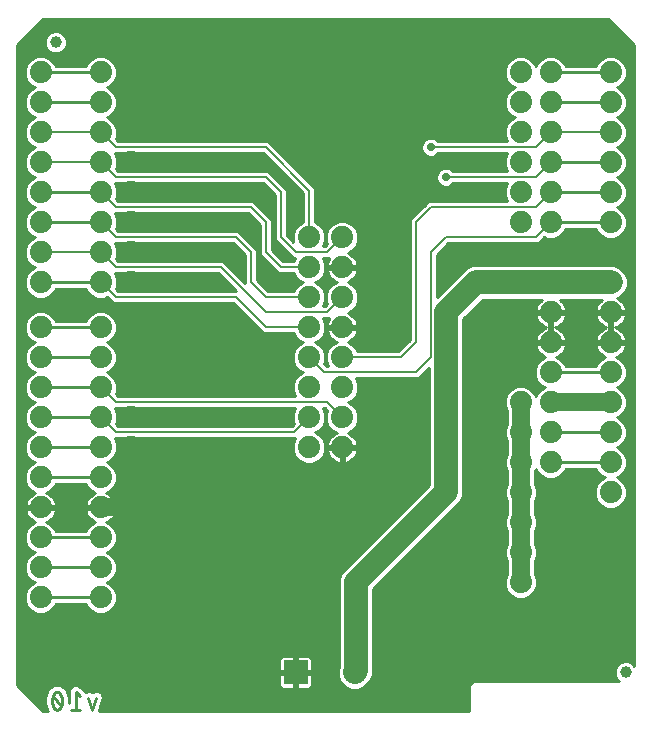
<source format=gbl>
G75*
%MOIN*%
%OFA0B0*%
%FSLAX25Y25*%
%IPPOS*%
%LPD*%
%AMOC8*
5,1,8,0,0,1.08239X$1,22.5*
%
%ADD10C,0.01100*%
%ADD11C,0.07400*%
%ADD12C,0.03937*%
%ADD13R,0.08000X0.08000*%
%ADD14C,0.08000*%
%ADD15C,0.01000*%
%ADD16C,0.06000*%
%ADD17C,0.08000*%
%ADD18C,0.00600*%
%ADD19C,0.02900*%
D10*
X0024961Y0065074D02*
X0028239Y0065074D01*
X0026600Y0065074D02*
X0026600Y0070974D01*
X0028239Y0069663D01*
X0030828Y0069007D02*
X0032139Y0065074D01*
X0033450Y0069007D01*
X0019300Y0065893D02*
X0019241Y0066018D01*
X0019186Y0066145D01*
X0019134Y0066272D01*
X0019087Y0066402D01*
X0019042Y0066532D01*
X0019002Y0066664D01*
X0018965Y0066797D01*
X0018933Y0066931D01*
X0018903Y0067065D01*
X0018878Y0067201D01*
X0018857Y0067337D01*
X0018839Y0067474D01*
X0018826Y0067611D01*
X0018816Y0067748D01*
X0018810Y0067886D01*
X0018808Y0068024D01*
X0022085Y0068024D02*
X0022083Y0068162D01*
X0022077Y0068300D01*
X0022067Y0068437D01*
X0022054Y0068574D01*
X0022036Y0068711D01*
X0022015Y0068847D01*
X0021990Y0068983D01*
X0021960Y0069117D01*
X0021928Y0069251D01*
X0021891Y0069384D01*
X0021851Y0069516D01*
X0021806Y0069646D01*
X0021759Y0069776D01*
X0021707Y0069903D01*
X0021652Y0070030D01*
X0021593Y0070155D01*
X0020446Y0070974D02*
X0020378Y0070972D01*
X0020309Y0070966D01*
X0020242Y0070957D01*
X0020175Y0070943D01*
X0020109Y0070926D01*
X0020043Y0070905D01*
X0019980Y0070881D01*
X0019917Y0070853D01*
X0019857Y0070821D01*
X0019798Y0070786D01*
X0019741Y0070748D01*
X0019686Y0070707D01*
X0019634Y0070662D01*
X0019585Y0070615D01*
X0019538Y0070565D01*
X0019494Y0070513D01*
X0019453Y0070458D01*
X0019416Y0070401D01*
X0019381Y0070342D01*
X0019350Y0070281D01*
X0019323Y0070218D01*
X0019299Y0070154D01*
X0019135Y0069663D02*
X0021757Y0066385D01*
X0020446Y0065073D02*
X0020378Y0065075D01*
X0020309Y0065081D01*
X0020242Y0065090D01*
X0020175Y0065104D01*
X0020109Y0065121D01*
X0020043Y0065142D01*
X0019980Y0065166D01*
X0019917Y0065194D01*
X0019857Y0065226D01*
X0019798Y0065261D01*
X0019741Y0065299D01*
X0019686Y0065340D01*
X0019634Y0065385D01*
X0019585Y0065432D01*
X0019538Y0065482D01*
X0019494Y0065534D01*
X0019453Y0065589D01*
X0019416Y0065646D01*
X0019381Y0065705D01*
X0019350Y0065766D01*
X0019323Y0065829D01*
X0019299Y0065893D01*
X0020446Y0065073D02*
X0020514Y0065075D01*
X0020583Y0065081D01*
X0020650Y0065090D01*
X0020717Y0065104D01*
X0020783Y0065121D01*
X0020849Y0065142D01*
X0020912Y0065166D01*
X0020975Y0065194D01*
X0021035Y0065226D01*
X0021094Y0065261D01*
X0021151Y0065299D01*
X0021206Y0065340D01*
X0021258Y0065385D01*
X0021307Y0065432D01*
X0021354Y0065482D01*
X0021398Y0065534D01*
X0021439Y0065589D01*
X0021476Y0065646D01*
X0021511Y0065705D01*
X0021542Y0065766D01*
X0021569Y0065829D01*
X0021593Y0065893D01*
X0018807Y0068024D02*
X0018809Y0068162D01*
X0018815Y0068300D01*
X0018825Y0068437D01*
X0018838Y0068574D01*
X0018856Y0068711D01*
X0018877Y0068847D01*
X0018902Y0068983D01*
X0018932Y0069117D01*
X0018964Y0069251D01*
X0019001Y0069384D01*
X0019041Y0069516D01*
X0019086Y0069646D01*
X0019133Y0069776D01*
X0019185Y0069903D01*
X0019240Y0070030D01*
X0019299Y0070155D01*
X0020446Y0070974D02*
X0020514Y0070972D01*
X0020583Y0070966D01*
X0020650Y0070957D01*
X0020717Y0070943D01*
X0020783Y0070926D01*
X0020849Y0070905D01*
X0020912Y0070881D01*
X0020975Y0070853D01*
X0021035Y0070821D01*
X0021094Y0070786D01*
X0021151Y0070748D01*
X0021206Y0070707D01*
X0021258Y0070662D01*
X0021307Y0070615D01*
X0021354Y0070565D01*
X0021398Y0070513D01*
X0021439Y0070458D01*
X0021476Y0070401D01*
X0021511Y0070342D01*
X0021542Y0070281D01*
X0021569Y0070218D01*
X0021593Y0070154D01*
X0022085Y0068024D02*
X0022083Y0067886D01*
X0022077Y0067748D01*
X0022067Y0067611D01*
X0022054Y0067474D01*
X0022036Y0067337D01*
X0022015Y0067201D01*
X0021990Y0067065D01*
X0021960Y0066931D01*
X0021928Y0066797D01*
X0021891Y0066664D01*
X0021851Y0066532D01*
X0021806Y0066402D01*
X0021759Y0066272D01*
X0021707Y0066145D01*
X0021652Y0066018D01*
X0021593Y0065893D01*
D11*
X0015000Y0102524D03*
X0015000Y0112524D03*
X0015000Y0122524D03*
X0015000Y0132524D03*
X0015000Y0142524D03*
X0015000Y0152524D03*
X0015000Y0162524D03*
X0015000Y0172524D03*
X0015000Y0182524D03*
X0015000Y0192524D03*
X0015000Y0207524D03*
X0015000Y0217524D03*
X0015000Y0227524D03*
X0015000Y0237524D03*
X0015000Y0247524D03*
X0015000Y0257524D03*
X0015000Y0267524D03*
X0015000Y0277524D03*
X0035000Y0277524D03*
X0035000Y0267524D03*
X0035000Y0257524D03*
X0045000Y0257524D03*
X0045000Y0267524D03*
X0045000Y0277524D03*
X0045000Y0247524D03*
X0045000Y0237524D03*
X0045000Y0227524D03*
X0035000Y0227524D03*
X0035000Y0237524D03*
X0035000Y0247524D03*
X0035000Y0217524D03*
X0035000Y0207524D03*
X0045000Y0207524D03*
X0045000Y0217524D03*
X0045000Y0192524D03*
X0045000Y0182524D03*
X0035000Y0182524D03*
X0035000Y0192524D03*
X0035000Y0172524D03*
X0035000Y0162524D03*
X0035000Y0152524D03*
X0045000Y0152524D03*
X0045000Y0162524D03*
X0045000Y0172524D03*
X0045000Y0142524D03*
X0045000Y0132524D03*
X0035000Y0132524D03*
X0035000Y0142524D03*
X0035000Y0122524D03*
X0035000Y0112524D03*
X0035000Y0102524D03*
X0045000Y0102524D03*
X0045000Y0112524D03*
X0045000Y0122524D03*
X0104500Y0152524D03*
X0104500Y0162524D03*
X0104500Y0172524D03*
X0104500Y0182524D03*
X0104500Y0192524D03*
X0104500Y0202524D03*
X0104500Y0212524D03*
X0104500Y0222524D03*
X0115500Y0222524D03*
X0115500Y0212524D03*
X0115500Y0202524D03*
X0115500Y0192524D03*
X0115500Y0182524D03*
X0115500Y0172524D03*
X0115500Y0162524D03*
X0115500Y0152524D03*
X0175000Y0157524D03*
X0175000Y0147524D03*
X0175000Y0137524D03*
X0175000Y0127524D03*
X0175000Y0117524D03*
X0175000Y0107524D03*
X0185000Y0147524D03*
X0185000Y0157524D03*
X0185000Y0167524D03*
X0185000Y0177524D03*
X0185000Y0187524D03*
X0185000Y0197524D03*
X0185000Y0207524D03*
X0185000Y0227524D03*
X0185000Y0237524D03*
X0185000Y0247524D03*
X0185000Y0257524D03*
X0185000Y0267524D03*
X0185000Y0277524D03*
X0175000Y0277524D03*
X0175000Y0267524D03*
X0175000Y0257524D03*
X0175000Y0247524D03*
X0175000Y0237524D03*
X0175000Y0227524D03*
X0205000Y0227524D03*
X0205000Y0237524D03*
X0205000Y0247524D03*
X0205000Y0257524D03*
X0205000Y0267524D03*
X0205000Y0277524D03*
X0205000Y0207524D03*
X0205000Y0197524D03*
X0205000Y0187524D03*
X0205000Y0177524D03*
X0205000Y0167524D03*
X0205000Y0157524D03*
X0205000Y0147524D03*
X0205000Y0137524D03*
X0175000Y0167524D03*
D12*
X0210000Y0077524D03*
X0020000Y0287524D03*
D13*
X0100000Y0077524D03*
D14*
X0119685Y0077524D03*
D15*
X0015870Y0064624D02*
X0007100Y0073393D01*
X0007100Y0286654D01*
X0015870Y0295424D01*
X0204130Y0295424D01*
X0212900Y0286654D01*
X0212900Y0079812D01*
X0212078Y0080634D01*
X0210730Y0081192D01*
X0209270Y0081192D01*
X0207922Y0080634D01*
X0206890Y0079602D01*
X0206331Y0078253D01*
X0206331Y0076794D01*
X0206890Y0075446D01*
X0207712Y0074624D01*
X0159130Y0074624D01*
X0157900Y0073393D01*
X0157900Y0064624D01*
X0034429Y0064624D01*
X0034568Y0064901D01*
X0034511Y0065074D01*
X0035879Y0069180D01*
X0035046Y0070847D01*
X0033277Y0071436D01*
X0032139Y0070867D01*
X0031000Y0071436D01*
X0030029Y0071112D01*
X0028103Y0072653D01*
X0027532Y0073224D01*
X0027390Y0073224D01*
X0027278Y0073313D01*
X0026476Y0073224D01*
X0025668Y0073224D01*
X0025567Y0073123D01*
X0025426Y0073107D01*
X0024921Y0072477D01*
X0024350Y0071906D01*
X0024350Y0071763D01*
X0024261Y0071651D01*
X0024350Y0070849D01*
X0024350Y0067324D01*
X0024335Y0067324D01*
X0024335Y0068956D01*
X0024299Y0068992D01*
X0023971Y0070412D01*
X0023677Y0071015D01*
X0023362Y0071934D01*
X0021556Y0073224D01*
X0019337Y0073224D01*
X0017531Y0071934D01*
X0017531Y0071934D01*
X0017531Y0071934D01*
X0017216Y0071015D01*
X0017210Y0071004D01*
X0017002Y0070837D01*
X0016964Y0070500D01*
X0016922Y0070412D01*
X0016594Y0068992D01*
X0016557Y0068956D01*
X0016557Y0067092D01*
X0016594Y0067055D01*
X0016922Y0065635D01*
X0017216Y0065032D01*
X0017356Y0064624D01*
X0015870Y0064624D01*
X0014974Y0065519D02*
X0016978Y0065519D01*
X0016922Y0065635D02*
X0016922Y0065635D01*
X0016718Y0066518D02*
X0013976Y0066518D01*
X0012977Y0067516D02*
X0016557Y0067516D01*
X0016557Y0068515D02*
X0011979Y0068515D01*
X0010980Y0069513D02*
X0016714Y0069513D01*
X0016922Y0070412D02*
X0016922Y0070412D01*
X0016966Y0070512D02*
X0009982Y0070512D01*
X0008983Y0071510D02*
X0017385Y0071510D01*
X0018336Y0072509D02*
X0007985Y0072509D01*
X0007100Y0073507D02*
X0094500Y0073507D01*
X0094500Y0073326D02*
X0094602Y0072945D01*
X0094800Y0072603D01*
X0095079Y0072323D01*
X0095421Y0072126D01*
X0095803Y0072024D01*
X0099500Y0072024D01*
X0099500Y0077024D01*
X0094500Y0077024D01*
X0094500Y0073326D01*
X0094894Y0072509D02*
X0028283Y0072509D01*
X0029531Y0071510D02*
X0157900Y0071510D01*
X0157900Y0070512D02*
X0035213Y0070512D01*
X0035712Y0069513D02*
X0157900Y0069513D01*
X0157900Y0068515D02*
X0035658Y0068515D01*
X0035325Y0067516D02*
X0157900Y0067516D01*
X0157900Y0066518D02*
X0034992Y0066518D01*
X0034659Y0065519D02*
X0157900Y0065519D01*
X0157900Y0072509D02*
X0122473Y0072509D01*
X0122914Y0072691D02*
X0124517Y0074295D01*
X0124832Y0074610D01*
X0125700Y0076705D01*
X0125700Y0105163D01*
X0154832Y0134295D01*
X0155700Y0136390D01*
X0155700Y0195163D01*
X0162361Y0201824D01*
X0182072Y0201824D01*
X0181612Y0201490D01*
X0181034Y0200911D01*
X0180553Y0200249D01*
X0180181Y0199520D01*
X0179928Y0198741D01*
X0179814Y0198024D01*
X0184500Y0198024D01*
X0184500Y0197024D01*
X0179814Y0197024D01*
X0179928Y0196306D01*
X0180181Y0195528D01*
X0180553Y0194798D01*
X0181034Y0194136D01*
X0181612Y0193557D01*
X0182275Y0193076D01*
X0183004Y0192705D01*
X0183561Y0192524D01*
X0183004Y0192343D01*
X0182275Y0191971D01*
X0181612Y0191490D01*
X0181034Y0190911D01*
X0180553Y0190249D01*
X0180181Y0189520D01*
X0179928Y0188741D01*
X0179814Y0188024D01*
X0184500Y0188024D01*
X0184500Y0197024D01*
X0185500Y0197024D01*
X0185500Y0198024D01*
X0190186Y0198024D01*
X0190072Y0198741D01*
X0189819Y0199520D01*
X0189447Y0200249D01*
X0188966Y0200911D01*
X0188388Y0201490D01*
X0187928Y0201824D01*
X0202072Y0201824D01*
X0201612Y0201490D01*
X0201034Y0200911D01*
X0200553Y0200249D01*
X0200181Y0199520D01*
X0199928Y0198741D01*
X0199814Y0198024D01*
X0204500Y0198024D01*
X0204500Y0197024D01*
X0199814Y0197024D01*
X0199928Y0196306D01*
X0200181Y0195528D01*
X0200553Y0194798D01*
X0201034Y0194136D01*
X0201612Y0193557D01*
X0202275Y0193076D01*
X0203004Y0192705D01*
X0203561Y0192524D01*
X0203004Y0192343D01*
X0202275Y0191971D01*
X0201612Y0191490D01*
X0201034Y0190911D01*
X0200553Y0190249D01*
X0200181Y0189520D01*
X0199928Y0188741D01*
X0199814Y0188024D01*
X0204500Y0188024D01*
X0204500Y0197024D01*
X0205500Y0197024D01*
X0205500Y0198024D01*
X0210186Y0198024D01*
X0210072Y0198741D01*
X0209819Y0199520D01*
X0209447Y0200249D01*
X0208966Y0200911D01*
X0208388Y0201490D01*
X0207725Y0201971D01*
X0207171Y0202253D01*
X0208229Y0202691D01*
X0209832Y0204295D01*
X0210700Y0206390D01*
X0210700Y0208657D01*
X0209832Y0210752D01*
X0208229Y0212356D01*
X0206134Y0213224D01*
X0158866Y0213224D01*
X0156771Y0212356D01*
X0147000Y0202585D01*
X0147000Y0216695D01*
X0150828Y0220524D01*
X0180828Y0220524D01*
X0182000Y0221695D01*
X0182867Y0222562D01*
X0183926Y0222124D01*
X0186074Y0222124D01*
X0188059Y0222946D01*
X0189578Y0224465D01*
X0189934Y0225324D01*
X0200066Y0225324D01*
X0200422Y0224465D01*
X0201941Y0222946D01*
X0203926Y0222124D01*
X0206074Y0222124D01*
X0208059Y0222946D01*
X0209578Y0224465D01*
X0210400Y0226449D01*
X0210400Y0228598D01*
X0209578Y0230582D01*
X0208059Y0232102D01*
X0207040Y0232524D01*
X0208059Y0232946D01*
X0209578Y0234465D01*
X0210400Y0236449D01*
X0210400Y0238598D01*
X0209578Y0240582D01*
X0208059Y0242102D01*
X0207040Y0242524D01*
X0208059Y0242946D01*
X0209578Y0244465D01*
X0210400Y0246449D01*
X0210400Y0248598D01*
X0209578Y0250582D01*
X0208059Y0252102D01*
X0207040Y0252524D01*
X0208059Y0252946D01*
X0209578Y0254465D01*
X0210400Y0256449D01*
X0210400Y0258598D01*
X0209578Y0260582D01*
X0208059Y0262102D01*
X0207040Y0262524D01*
X0208059Y0262946D01*
X0209578Y0264465D01*
X0210400Y0266449D01*
X0210400Y0268598D01*
X0209578Y0270582D01*
X0208059Y0272102D01*
X0207040Y0272524D01*
X0208059Y0272946D01*
X0209578Y0274465D01*
X0210400Y0276449D01*
X0210400Y0278598D01*
X0209578Y0280582D01*
X0208059Y0282102D01*
X0206074Y0282924D01*
X0203926Y0282924D01*
X0201941Y0282102D01*
X0200422Y0280582D01*
X0200066Y0279724D01*
X0189934Y0279724D01*
X0189578Y0280582D01*
X0188059Y0282102D01*
X0186074Y0282924D01*
X0183926Y0282924D01*
X0181941Y0282102D01*
X0180422Y0280582D01*
X0180000Y0279563D01*
X0179578Y0280582D01*
X0178059Y0282102D01*
X0176074Y0282924D01*
X0173926Y0282924D01*
X0171941Y0282102D01*
X0170422Y0280582D01*
X0169600Y0278598D01*
X0169600Y0276449D01*
X0170422Y0274465D01*
X0171941Y0272946D01*
X0172960Y0272524D01*
X0171941Y0272102D01*
X0170422Y0270582D01*
X0169600Y0268598D01*
X0169600Y0266449D01*
X0170422Y0264465D01*
X0171941Y0262946D01*
X0172960Y0262524D01*
X0171941Y0262102D01*
X0170422Y0260582D01*
X0169600Y0258598D01*
X0169600Y0256449D01*
X0170398Y0254524D01*
X0147455Y0254524D01*
X0146784Y0255194D01*
X0145627Y0255674D01*
X0144373Y0255674D01*
X0143216Y0255194D01*
X0142330Y0254308D01*
X0141850Y0253150D01*
X0141850Y0251897D01*
X0142330Y0250739D01*
X0143216Y0249853D01*
X0144373Y0249374D01*
X0145627Y0249374D01*
X0146784Y0249853D01*
X0147455Y0250524D01*
X0170398Y0250524D01*
X0169600Y0248598D01*
X0169600Y0246449D01*
X0170398Y0244524D01*
X0152455Y0244524D01*
X0151784Y0245194D01*
X0150627Y0245674D01*
X0149373Y0245674D01*
X0148216Y0245194D01*
X0147330Y0244308D01*
X0146850Y0243150D01*
X0146850Y0241897D01*
X0147330Y0240739D01*
X0148216Y0239853D01*
X0149373Y0239374D01*
X0150627Y0239374D01*
X0151784Y0239853D01*
X0152455Y0240524D01*
X0170398Y0240524D01*
X0169600Y0238598D01*
X0169600Y0236449D01*
X0170398Y0234524D01*
X0144172Y0234524D01*
X0143000Y0233352D01*
X0139172Y0229524D01*
X0138000Y0228352D01*
X0138000Y0188352D01*
X0134172Y0184524D01*
X0120516Y0184524D01*
X0120078Y0185582D01*
X0118559Y0187102D01*
X0117276Y0187633D01*
X0117496Y0187705D01*
X0118225Y0188076D01*
X0118888Y0188557D01*
X0119466Y0189136D01*
X0119947Y0189798D01*
X0120319Y0190528D01*
X0120572Y0191306D01*
X0120686Y0192024D01*
X0116000Y0192024D01*
X0116000Y0193024D01*
X0120686Y0193024D01*
X0120572Y0193741D01*
X0120319Y0194520D01*
X0119947Y0195249D01*
X0119466Y0195911D01*
X0118888Y0196490D01*
X0118225Y0196971D01*
X0117496Y0197343D01*
X0117276Y0197414D01*
X0118559Y0197946D01*
X0120078Y0199465D01*
X0120900Y0201449D01*
X0120900Y0203598D01*
X0120078Y0205582D01*
X0118559Y0207102D01*
X0117276Y0207633D01*
X0117496Y0207705D01*
X0118225Y0208076D01*
X0118888Y0208557D01*
X0119466Y0209136D01*
X0119947Y0209798D01*
X0120319Y0210528D01*
X0120572Y0211306D01*
X0120686Y0212024D01*
X0116000Y0212024D01*
X0116000Y0213024D01*
X0120686Y0213024D01*
X0120572Y0213741D01*
X0120319Y0214520D01*
X0119947Y0215249D01*
X0119466Y0215911D01*
X0118888Y0216490D01*
X0118225Y0216971D01*
X0117496Y0217343D01*
X0117276Y0217414D01*
X0118559Y0217946D01*
X0120078Y0219465D01*
X0120900Y0221449D01*
X0120900Y0223598D01*
X0120078Y0225582D01*
X0118559Y0227102D01*
X0116574Y0227924D01*
X0114426Y0227924D01*
X0112441Y0227102D01*
X0110922Y0225582D01*
X0110100Y0223598D01*
X0110100Y0221449D01*
X0110539Y0220391D01*
X0109672Y0219524D01*
X0109102Y0219524D01*
X0109900Y0221449D01*
X0109900Y0223598D01*
X0109078Y0225582D01*
X0107559Y0227102D01*
X0106500Y0227540D01*
X0106500Y0238852D01*
X0092000Y0253352D01*
X0092000Y0253352D01*
X0090828Y0254524D01*
X0040828Y0254524D01*
X0039961Y0255391D01*
X0040400Y0256449D01*
X0040400Y0258598D01*
X0039578Y0260582D01*
X0038059Y0262102D01*
X0037040Y0262524D01*
X0038059Y0262946D01*
X0039578Y0264465D01*
X0040400Y0266449D01*
X0040400Y0268598D01*
X0039578Y0270582D01*
X0038059Y0272102D01*
X0037040Y0272524D01*
X0038059Y0272946D01*
X0039578Y0274465D01*
X0040400Y0276449D01*
X0040400Y0278598D01*
X0039578Y0280582D01*
X0038059Y0282102D01*
X0036074Y0282924D01*
X0033926Y0282924D01*
X0031941Y0282102D01*
X0030422Y0280582D01*
X0030066Y0279724D01*
X0019934Y0279724D01*
X0019578Y0280582D01*
X0018059Y0282102D01*
X0016074Y0282924D01*
X0013926Y0282924D01*
X0011941Y0282102D01*
X0010422Y0280582D01*
X0009600Y0278598D01*
X0009600Y0276449D01*
X0010422Y0274465D01*
X0011941Y0272946D01*
X0012960Y0272524D01*
X0011941Y0272102D01*
X0010422Y0270582D01*
X0009600Y0268598D01*
X0009600Y0266449D01*
X0010422Y0264465D01*
X0011941Y0262946D01*
X0012960Y0262524D01*
X0011941Y0262102D01*
X0010422Y0260582D01*
X0009600Y0258598D01*
X0009600Y0256449D01*
X0010422Y0254465D01*
X0011941Y0252946D01*
X0012960Y0252524D01*
X0011941Y0252102D01*
X0010422Y0250582D01*
X0009600Y0248598D01*
X0009600Y0246449D01*
X0010422Y0244465D01*
X0011941Y0242946D01*
X0012960Y0242524D01*
X0011941Y0242102D01*
X0010422Y0240582D01*
X0009600Y0238598D01*
X0009600Y0236449D01*
X0010422Y0234465D01*
X0011941Y0232946D01*
X0012960Y0232524D01*
X0011941Y0232102D01*
X0010422Y0230582D01*
X0009600Y0228598D01*
X0009600Y0226449D01*
X0010422Y0224465D01*
X0011941Y0222946D01*
X0012960Y0222524D01*
X0011941Y0222102D01*
X0010422Y0220582D01*
X0009600Y0218598D01*
X0009600Y0216449D01*
X0010422Y0214465D01*
X0011941Y0212946D01*
X0012960Y0212524D01*
X0011941Y0212102D01*
X0010422Y0210582D01*
X0009600Y0208598D01*
X0009600Y0206449D01*
X0010422Y0204465D01*
X0011941Y0202946D01*
X0013926Y0202124D01*
X0016074Y0202124D01*
X0018059Y0202946D01*
X0019578Y0204465D01*
X0019934Y0205324D01*
X0030066Y0205324D01*
X0030422Y0204465D01*
X0031941Y0202946D01*
X0033926Y0202124D01*
X0036074Y0202124D01*
X0037133Y0202562D01*
X0038000Y0201695D01*
X0039172Y0200524D01*
X0079172Y0200524D01*
X0088000Y0191695D01*
X0089172Y0190524D01*
X0099484Y0190524D01*
X0099922Y0189465D01*
X0101441Y0187946D01*
X0102460Y0187524D01*
X0101441Y0187102D01*
X0099922Y0185582D01*
X0099100Y0183598D01*
X0099100Y0181449D01*
X0099922Y0179465D01*
X0101441Y0177946D01*
X0102460Y0177524D01*
X0101441Y0177102D01*
X0099922Y0175582D01*
X0099100Y0173598D01*
X0099100Y0171449D01*
X0099898Y0169524D01*
X0040828Y0169524D01*
X0039961Y0170391D01*
X0040400Y0171449D01*
X0040400Y0173598D01*
X0039578Y0175582D01*
X0038059Y0177102D01*
X0037040Y0177524D01*
X0038059Y0177946D01*
X0039578Y0179465D01*
X0040400Y0181449D01*
X0040400Y0183598D01*
X0039578Y0185582D01*
X0038059Y0187102D01*
X0037040Y0187524D01*
X0038059Y0187946D01*
X0039578Y0189465D01*
X0040400Y0191449D01*
X0040400Y0193598D01*
X0039578Y0195582D01*
X0038059Y0197102D01*
X0036074Y0197924D01*
X0033926Y0197924D01*
X0031941Y0197102D01*
X0030422Y0195582D01*
X0030066Y0194724D01*
X0019934Y0194724D01*
X0019578Y0195582D01*
X0018059Y0197102D01*
X0016074Y0197924D01*
X0013926Y0197924D01*
X0011941Y0197102D01*
X0010422Y0195582D01*
X0009600Y0193598D01*
X0009600Y0191449D01*
X0010422Y0189465D01*
X0011941Y0187946D01*
X0012960Y0187524D01*
X0011941Y0187102D01*
X0010422Y0185582D01*
X0009600Y0183598D01*
X0009600Y0181449D01*
X0010422Y0179465D01*
X0011941Y0177946D01*
X0012960Y0177524D01*
X0011941Y0177102D01*
X0010422Y0175582D01*
X0009600Y0173598D01*
X0009600Y0171449D01*
X0010422Y0169465D01*
X0011941Y0167946D01*
X0012960Y0167524D01*
X0011941Y0167102D01*
X0010422Y0165582D01*
X0009600Y0163598D01*
X0009600Y0161449D01*
X0010422Y0159465D01*
X0011941Y0157946D01*
X0012960Y0157524D01*
X0011941Y0157102D01*
X0010422Y0155582D01*
X0009600Y0153598D01*
X0009600Y0151449D01*
X0010422Y0149465D01*
X0011941Y0147946D01*
X0012960Y0147524D01*
X0011941Y0147102D01*
X0010422Y0145582D01*
X0009600Y0143598D01*
X0009600Y0141449D01*
X0010422Y0139465D01*
X0011941Y0137946D01*
X0013224Y0137414D01*
X0013004Y0137343D01*
X0012275Y0136971D01*
X0011612Y0136490D01*
X0011034Y0135911D01*
X0010553Y0135249D01*
X0010181Y0134520D01*
X0009928Y0133741D01*
X0009814Y0133024D01*
X0014500Y0133024D01*
X0014500Y0132024D01*
X0009814Y0132024D01*
X0009928Y0131306D01*
X0010181Y0130528D01*
X0010553Y0129798D01*
X0011034Y0129136D01*
X0011612Y0128557D01*
X0012275Y0128076D01*
X0013004Y0127705D01*
X0013224Y0127633D01*
X0011941Y0127102D01*
X0010422Y0125582D01*
X0009600Y0123598D01*
X0009600Y0121449D01*
X0010422Y0119465D01*
X0011941Y0117946D01*
X0012960Y0117524D01*
X0011941Y0117102D01*
X0010422Y0115582D01*
X0009600Y0113598D01*
X0009600Y0111449D01*
X0010422Y0109465D01*
X0011941Y0107946D01*
X0012960Y0107524D01*
X0011941Y0107102D01*
X0010422Y0105582D01*
X0009600Y0103598D01*
X0009600Y0101449D01*
X0010422Y0099465D01*
X0011941Y0097946D01*
X0013926Y0097124D01*
X0016074Y0097124D01*
X0018059Y0097946D01*
X0019578Y0099465D01*
X0019934Y0100324D01*
X0030066Y0100324D01*
X0030422Y0099465D01*
X0031941Y0097946D01*
X0033926Y0097124D01*
X0036074Y0097124D01*
X0038059Y0097946D01*
X0039578Y0099465D01*
X0040400Y0101449D01*
X0040400Y0103598D01*
X0039578Y0105582D01*
X0038059Y0107102D01*
X0037040Y0107524D01*
X0038059Y0107946D01*
X0039578Y0109465D01*
X0040400Y0111449D01*
X0040400Y0113598D01*
X0039578Y0115582D01*
X0038059Y0117102D01*
X0037040Y0117524D01*
X0038059Y0117946D01*
X0039578Y0119465D01*
X0040400Y0121449D01*
X0040400Y0123598D01*
X0039578Y0125582D01*
X0038059Y0127102D01*
X0036776Y0127633D01*
X0036996Y0127705D01*
X0037725Y0128076D01*
X0038388Y0128557D01*
X0038966Y0129136D01*
X0039447Y0129798D01*
X0039819Y0130528D01*
X0040072Y0131306D01*
X0040186Y0132024D01*
X0035500Y0132024D01*
X0035500Y0133024D01*
X0040186Y0133024D01*
X0040072Y0133741D01*
X0039819Y0134520D01*
X0039447Y0135249D01*
X0038966Y0135911D01*
X0038388Y0136490D01*
X0037725Y0136971D01*
X0036996Y0137343D01*
X0036776Y0137414D01*
X0038059Y0137946D01*
X0039578Y0139465D01*
X0040400Y0141449D01*
X0040400Y0143598D01*
X0039578Y0145582D01*
X0038059Y0147102D01*
X0037040Y0147524D01*
X0038059Y0147946D01*
X0039578Y0149465D01*
X0040400Y0151449D01*
X0040400Y0153598D01*
X0039602Y0155524D01*
X0099898Y0155524D01*
X0099100Y0153598D01*
X0099100Y0151449D01*
X0099922Y0149465D01*
X0101441Y0147946D01*
X0103426Y0147124D01*
X0105574Y0147124D01*
X0107559Y0147946D01*
X0109078Y0149465D01*
X0109900Y0151449D01*
X0109900Y0153598D01*
X0109078Y0155582D01*
X0107559Y0157102D01*
X0106540Y0157524D01*
X0107559Y0157946D01*
X0109078Y0159465D01*
X0109900Y0161449D01*
X0109900Y0163598D01*
X0109102Y0165524D01*
X0109672Y0165524D01*
X0110539Y0164657D01*
X0110100Y0163598D01*
X0110100Y0161449D01*
X0110922Y0159465D01*
X0112441Y0157946D01*
X0113724Y0157414D01*
X0113504Y0157343D01*
X0112775Y0156971D01*
X0112112Y0156490D01*
X0111534Y0155911D01*
X0111053Y0155249D01*
X0110681Y0154520D01*
X0110428Y0153741D01*
X0110314Y0153024D01*
X0115000Y0153024D01*
X0115000Y0152024D01*
X0110314Y0152024D01*
X0110428Y0151306D01*
X0110681Y0150528D01*
X0111053Y0149798D01*
X0111534Y0149136D01*
X0112112Y0148557D01*
X0112775Y0148076D01*
X0113504Y0147705D01*
X0114282Y0147452D01*
X0115000Y0147338D01*
X0115000Y0152024D01*
X0116000Y0152024D01*
X0116000Y0153024D01*
X0120686Y0153024D01*
X0120572Y0153741D01*
X0120319Y0154520D01*
X0119947Y0155249D01*
X0119466Y0155911D01*
X0118888Y0156490D01*
X0118225Y0156971D01*
X0117496Y0157343D01*
X0117276Y0157414D01*
X0118559Y0157946D01*
X0120078Y0159465D01*
X0120900Y0161449D01*
X0120900Y0163598D01*
X0120078Y0165582D01*
X0118559Y0167102D01*
X0117540Y0167524D01*
X0118559Y0167946D01*
X0120078Y0169465D01*
X0120900Y0171449D01*
X0120900Y0173598D01*
X0120102Y0175524D01*
X0140828Y0175524D01*
X0142000Y0176695D01*
X0144300Y0178995D01*
X0144300Y0139885D01*
X0116771Y0112356D01*
X0115168Y0110752D01*
X0114300Y0108657D01*
X0114300Y0079418D01*
X0113985Y0078657D01*
X0113985Y0076390D01*
X0114853Y0074295D01*
X0116456Y0072691D01*
X0118551Y0071824D01*
X0120819Y0071824D01*
X0122914Y0072691D01*
X0123730Y0073507D02*
X0158014Y0073507D01*
X0159012Y0074506D02*
X0124728Y0074506D01*
X0124517Y0074295D02*
X0124517Y0074295D01*
X0125203Y0075504D02*
X0206866Y0075504D01*
X0206452Y0076503D02*
X0125616Y0076503D01*
X0125700Y0077501D02*
X0206331Y0077501D01*
X0206434Y0078500D02*
X0125700Y0078500D01*
X0125700Y0079498D02*
X0206847Y0079498D01*
X0207785Y0080497D02*
X0125700Y0080497D01*
X0125700Y0081495D02*
X0212900Y0081495D01*
X0212900Y0080497D02*
X0212215Y0080497D01*
X0212900Y0082494D02*
X0125700Y0082494D01*
X0125700Y0083492D02*
X0212900Y0083492D01*
X0212900Y0084491D02*
X0125700Y0084491D01*
X0125700Y0085489D02*
X0212900Y0085489D01*
X0212900Y0086488D02*
X0125700Y0086488D01*
X0125700Y0087486D02*
X0212900Y0087486D01*
X0212900Y0088485D02*
X0125700Y0088485D01*
X0125700Y0089483D02*
X0212900Y0089483D01*
X0212900Y0090482D02*
X0125700Y0090482D01*
X0125700Y0091480D02*
X0212900Y0091480D01*
X0212900Y0092479D02*
X0125700Y0092479D01*
X0125700Y0093477D02*
X0212900Y0093477D01*
X0212900Y0094476D02*
X0125700Y0094476D01*
X0125700Y0095474D02*
X0212900Y0095474D01*
X0212900Y0096473D02*
X0125700Y0096473D01*
X0125700Y0097472D02*
X0212900Y0097472D01*
X0212900Y0098470D02*
X0125700Y0098470D01*
X0125700Y0099469D02*
X0212900Y0099469D01*
X0212900Y0100467D02*
X0125700Y0100467D01*
X0125700Y0101466D02*
X0212900Y0101466D01*
X0212900Y0102464D02*
X0176896Y0102464D01*
X0176074Y0102124D02*
X0178059Y0102946D01*
X0179578Y0104465D01*
X0180400Y0106449D01*
X0180400Y0108598D01*
X0179700Y0110288D01*
X0179700Y0114760D01*
X0180400Y0116449D01*
X0180400Y0118598D01*
X0179700Y0120288D01*
X0179700Y0124760D01*
X0180400Y0126449D01*
X0180400Y0128598D01*
X0179700Y0130288D01*
X0179700Y0134760D01*
X0180400Y0136449D01*
X0180400Y0138598D01*
X0179700Y0140288D01*
X0179700Y0144760D01*
X0180000Y0145484D01*
X0180422Y0144465D01*
X0181941Y0142946D01*
X0183926Y0142124D01*
X0186074Y0142124D01*
X0188059Y0142946D01*
X0189578Y0144465D01*
X0189934Y0145324D01*
X0200066Y0145324D01*
X0200422Y0144465D01*
X0201941Y0142946D01*
X0202960Y0142524D01*
X0201941Y0142102D01*
X0200422Y0140582D01*
X0199600Y0138598D01*
X0199600Y0136449D01*
X0200422Y0134465D01*
X0201941Y0132946D01*
X0203926Y0132124D01*
X0206074Y0132124D01*
X0208059Y0132946D01*
X0209578Y0134465D01*
X0210400Y0136449D01*
X0210400Y0138598D01*
X0209578Y0140582D01*
X0208059Y0142102D01*
X0207040Y0142524D01*
X0208059Y0142946D01*
X0209578Y0144465D01*
X0210400Y0146449D01*
X0210400Y0148598D01*
X0209578Y0150582D01*
X0208059Y0152102D01*
X0207040Y0152524D01*
X0208059Y0152946D01*
X0209578Y0154465D01*
X0210400Y0156449D01*
X0210400Y0158598D01*
X0209578Y0160582D01*
X0208059Y0162102D01*
X0207040Y0162524D01*
X0208059Y0162946D01*
X0209578Y0164465D01*
X0210400Y0166449D01*
X0210400Y0168598D01*
X0209578Y0170582D01*
X0208059Y0172102D01*
X0207040Y0172524D01*
X0208059Y0172946D01*
X0209578Y0174465D01*
X0210400Y0176449D01*
X0210400Y0178598D01*
X0209578Y0180582D01*
X0208059Y0182102D01*
X0206776Y0182633D01*
X0206996Y0182705D01*
X0207725Y0183076D01*
X0208388Y0183557D01*
X0208966Y0184136D01*
X0209447Y0184798D01*
X0209819Y0185528D01*
X0210072Y0186306D01*
X0210186Y0187024D01*
X0205500Y0187024D01*
X0205500Y0188024D01*
X0204500Y0188024D01*
X0204500Y0187024D01*
X0199814Y0187024D01*
X0199928Y0186306D01*
X0200181Y0185528D01*
X0200553Y0184798D01*
X0201034Y0184136D01*
X0201612Y0183557D01*
X0202275Y0183076D01*
X0203004Y0182705D01*
X0203224Y0182633D01*
X0201941Y0182102D01*
X0200422Y0180582D01*
X0200066Y0179724D01*
X0189934Y0179724D01*
X0189578Y0180582D01*
X0188059Y0182102D01*
X0186776Y0182633D01*
X0186996Y0182705D01*
X0187725Y0183076D01*
X0188388Y0183557D01*
X0188966Y0184136D01*
X0189447Y0184798D01*
X0189819Y0185528D01*
X0190072Y0186306D01*
X0190186Y0187024D01*
X0185500Y0187024D01*
X0185500Y0188024D01*
X0184500Y0188024D01*
X0184500Y0187024D01*
X0179814Y0187024D01*
X0179928Y0186306D01*
X0180181Y0185528D01*
X0180553Y0184798D01*
X0181034Y0184136D01*
X0181612Y0183557D01*
X0182275Y0183076D01*
X0183004Y0182705D01*
X0183224Y0182633D01*
X0181941Y0182102D01*
X0180422Y0180582D01*
X0179600Y0178598D01*
X0179600Y0176449D01*
X0180422Y0174465D01*
X0181941Y0172946D01*
X0182960Y0172524D01*
X0181941Y0172102D01*
X0180422Y0170582D01*
X0180000Y0169563D01*
X0179578Y0170582D01*
X0178059Y0172102D01*
X0176074Y0172924D01*
X0173926Y0172924D01*
X0171941Y0172102D01*
X0170422Y0170582D01*
X0169600Y0168598D01*
X0169600Y0166449D01*
X0170300Y0164760D01*
X0170300Y0160288D01*
X0169600Y0158598D01*
X0169600Y0156449D01*
X0170300Y0154760D01*
X0170300Y0150288D01*
X0169600Y0148598D01*
X0169600Y0146449D01*
X0170300Y0144760D01*
X0170300Y0140288D01*
X0169600Y0138598D01*
X0169600Y0136449D01*
X0170300Y0134760D01*
X0170300Y0130288D01*
X0169600Y0128598D01*
X0169600Y0126449D01*
X0170300Y0124760D01*
X0170300Y0120288D01*
X0169600Y0118598D01*
X0169600Y0116449D01*
X0170300Y0114760D01*
X0170300Y0110288D01*
X0169600Y0108598D01*
X0169600Y0106449D01*
X0170422Y0104465D01*
X0171941Y0102946D01*
X0173926Y0102124D01*
X0176074Y0102124D01*
X0178576Y0103463D02*
X0212900Y0103463D01*
X0212900Y0104461D02*
X0179574Y0104461D01*
X0179990Y0105460D02*
X0212900Y0105460D01*
X0212900Y0106458D02*
X0180400Y0106458D01*
X0180400Y0107457D02*
X0212900Y0107457D01*
X0212900Y0108455D02*
X0180400Y0108455D01*
X0180045Y0109454D02*
X0212900Y0109454D01*
X0212900Y0110452D02*
X0179700Y0110452D01*
X0179700Y0111451D02*
X0212900Y0111451D01*
X0212900Y0112449D02*
X0179700Y0112449D01*
X0179700Y0113448D02*
X0212900Y0113448D01*
X0212900Y0114446D02*
X0179700Y0114446D01*
X0179984Y0115445D02*
X0212900Y0115445D01*
X0212900Y0116443D02*
X0180397Y0116443D01*
X0180400Y0117442D02*
X0212900Y0117442D01*
X0212900Y0118440D02*
X0180400Y0118440D01*
X0180052Y0119439D02*
X0212900Y0119439D01*
X0212900Y0120437D02*
X0179700Y0120437D01*
X0179700Y0121436D02*
X0212900Y0121436D01*
X0212900Y0122434D02*
X0179700Y0122434D01*
X0179700Y0123433D02*
X0212900Y0123433D01*
X0212900Y0124431D02*
X0179700Y0124431D01*
X0179978Y0125430D02*
X0212900Y0125430D01*
X0212900Y0126428D02*
X0180391Y0126428D01*
X0180400Y0127427D02*
X0212900Y0127427D01*
X0212900Y0128425D02*
X0180400Y0128425D01*
X0180058Y0129424D02*
X0212900Y0129424D01*
X0212900Y0130422D02*
X0179700Y0130422D01*
X0179700Y0131421D02*
X0212900Y0131421D01*
X0212900Y0132419D02*
X0206788Y0132419D01*
X0208531Y0133418D02*
X0212900Y0133418D01*
X0212900Y0134416D02*
X0209530Y0134416D01*
X0209971Y0135415D02*
X0212900Y0135415D01*
X0212900Y0136413D02*
X0210385Y0136413D01*
X0210400Y0137412D02*
X0212900Y0137412D01*
X0212900Y0138410D02*
X0210400Y0138410D01*
X0210064Y0139409D02*
X0212900Y0139409D01*
X0212900Y0140408D02*
X0209650Y0140408D01*
X0208754Y0141406D02*
X0212900Y0141406D01*
X0212900Y0142405D02*
X0207327Y0142405D01*
X0208516Y0143403D02*
X0212900Y0143403D01*
X0212900Y0144402D02*
X0209515Y0144402D01*
X0209965Y0145400D02*
X0212900Y0145400D01*
X0212900Y0146399D02*
X0210379Y0146399D01*
X0210400Y0147397D02*
X0212900Y0147397D01*
X0212900Y0148396D02*
X0210400Y0148396D01*
X0210070Y0149394D02*
X0212900Y0149394D01*
X0212900Y0150393D02*
X0209657Y0150393D01*
X0208769Y0151391D02*
X0212900Y0151391D01*
X0212900Y0152390D02*
X0207363Y0152390D01*
X0208501Y0153388D02*
X0212900Y0153388D01*
X0212900Y0154387D02*
X0209500Y0154387D01*
X0209959Y0155385D02*
X0212900Y0155385D01*
X0212900Y0156384D02*
X0210373Y0156384D01*
X0210400Y0157382D02*
X0212900Y0157382D01*
X0212900Y0158381D02*
X0210400Y0158381D01*
X0210076Y0159379D02*
X0212900Y0159379D01*
X0212900Y0160378D02*
X0209663Y0160378D01*
X0208784Y0161376D02*
X0212900Y0161376D01*
X0212900Y0162375D02*
X0207399Y0162375D01*
X0208486Y0163373D02*
X0212900Y0163373D01*
X0212900Y0164372D02*
X0209485Y0164372D01*
X0209953Y0165370D02*
X0212900Y0165370D01*
X0212900Y0166369D02*
X0210367Y0166369D01*
X0210400Y0167367D02*
X0212900Y0167367D01*
X0212900Y0168366D02*
X0210400Y0168366D01*
X0210082Y0169364D02*
X0212900Y0169364D01*
X0212900Y0170363D02*
X0209669Y0170363D01*
X0208799Y0171361D02*
X0212900Y0171361D01*
X0212900Y0172360D02*
X0207435Y0172360D01*
X0208472Y0173358D02*
X0212900Y0173358D01*
X0212900Y0174357D02*
X0209470Y0174357D01*
X0209947Y0175355D02*
X0212900Y0175355D01*
X0212900Y0176354D02*
X0210360Y0176354D01*
X0210400Y0177352D02*
X0212900Y0177352D01*
X0212900Y0178351D02*
X0210400Y0178351D01*
X0210089Y0179349D02*
X0212900Y0179349D01*
X0212900Y0180348D02*
X0209675Y0180348D01*
X0208814Y0181346D02*
X0212900Y0181346D01*
X0212900Y0182345D02*
X0207471Y0182345D01*
X0208093Y0183343D02*
X0212900Y0183343D01*
X0212900Y0184342D02*
X0209116Y0184342D01*
X0209724Y0185341D02*
X0212900Y0185341D01*
X0212900Y0186339D02*
X0210077Y0186339D01*
X0210186Y0188024D02*
X0210072Y0188741D01*
X0209819Y0189520D01*
X0209447Y0190249D01*
X0208966Y0190911D01*
X0208388Y0191490D01*
X0207725Y0191971D01*
X0206996Y0192343D01*
X0206439Y0192524D01*
X0206996Y0192705D01*
X0207725Y0193076D01*
X0208388Y0193557D01*
X0208966Y0194136D01*
X0209447Y0194798D01*
X0209819Y0195528D01*
X0210072Y0196306D01*
X0210186Y0197024D01*
X0205500Y0197024D01*
X0205500Y0192338D01*
X0205500Y0188024D01*
X0210186Y0188024D01*
X0210136Y0188336D02*
X0212900Y0188336D01*
X0212900Y0187338D02*
X0205500Y0187338D01*
X0205000Y0187524D02*
X0185000Y0187524D01*
X0185500Y0187338D02*
X0204500Y0187338D01*
X0204500Y0188336D02*
X0205500Y0188336D01*
X0205500Y0189335D02*
X0204500Y0189335D01*
X0204500Y0190333D02*
X0205500Y0190333D01*
X0205500Y0191332D02*
X0204500Y0191332D01*
X0204500Y0192330D02*
X0205500Y0192330D01*
X0205500Y0193329D02*
X0204500Y0193329D01*
X0204500Y0194327D02*
X0205500Y0194327D01*
X0205500Y0195326D02*
X0204500Y0195326D01*
X0204500Y0196324D02*
X0205500Y0196324D01*
X0205500Y0197323D02*
X0212900Y0197323D01*
X0212900Y0198321D02*
X0210138Y0198321D01*
X0209884Y0199320D02*
X0212900Y0199320D01*
X0212900Y0200318D02*
X0209397Y0200318D01*
X0208561Y0201317D02*
X0212900Y0201317D01*
X0212900Y0202315D02*
X0207321Y0202315D01*
X0208851Y0203314D02*
X0212900Y0203314D01*
X0212900Y0204312D02*
X0209839Y0204312D01*
X0210253Y0205311D02*
X0212900Y0205311D01*
X0212900Y0206309D02*
X0210667Y0206309D01*
X0210700Y0207308D02*
X0212900Y0207308D01*
X0212900Y0208306D02*
X0210700Y0208306D01*
X0210432Y0209305D02*
X0212900Y0209305D01*
X0212900Y0210303D02*
X0210018Y0210303D01*
X0209283Y0211302D02*
X0212900Y0211302D01*
X0212900Y0212300D02*
X0208284Y0212300D01*
X0212900Y0213299D02*
X0147000Y0213299D01*
X0147000Y0214297D02*
X0212900Y0214297D01*
X0212900Y0215296D02*
X0147000Y0215296D01*
X0147000Y0216294D02*
X0212900Y0216294D01*
X0212900Y0217293D02*
X0147598Y0217293D01*
X0148596Y0218291D02*
X0212900Y0218291D01*
X0212900Y0219290D02*
X0149595Y0219290D01*
X0150593Y0220288D02*
X0212900Y0220288D01*
X0212900Y0221287D02*
X0181592Y0221287D01*
X0182590Y0222285D02*
X0183535Y0222285D01*
X0186465Y0222285D02*
X0203535Y0222285D01*
X0201603Y0223284D02*
X0188397Y0223284D01*
X0189396Y0224282D02*
X0200604Y0224282D01*
X0200084Y0225281D02*
X0189916Y0225281D01*
X0185000Y0227524D02*
X0205000Y0227524D01*
X0207651Y0232271D02*
X0212900Y0232271D01*
X0212900Y0233269D02*
X0208382Y0233269D01*
X0209381Y0234268D02*
X0212900Y0234268D01*
X0212900Y0235266D02*
X0209910Y0235266D01*
X0210323Y0236265D02*
X0212900Y0236265D01*
X0212900Y0237263D02*
X0210400Y0237263D01*
X0210400Y0238262D02*
X0212900Y0238262D01*
X0212900Y0239260D02*
X0210126Y0239260D01*
X0209712Y0240259D02*
X0212900Y0240259D01*
X0212900Y0241257D02*
X0208903Y0241257D01*
X0207687Y0242256D02*
X0212900Y0242256D01*
X0212900Y0243254D02*
X0208367Y0243254D01*
X0209366Y0244253D02*
X0212900Y0244253D01*
X0212900Y0245251D02*
X0209904Y0245251D01*
X0210317Y0246250D02*
X0212900Y0246250D01*
X0212900Y0247248D02*
X0210400Y0247248D01*
X0210400Y0248247D02*
X0212900Y0248247D01*
X0212900Y0249245D02*
X0210132Y0249245D01*
X0209718Y0250244D02*
X0212900Y0250244D01*
X0212900Y0251242D02*
X0208918Y0251242D01*
X0207723Y0252241D02*
X0212900Y0252241D01*
X0212900Y0253239D02*
X0208352Y0253239D01*
X0209351Y0254238D02*
X0212900Y0254238D01*
X0212900Y0255236D02*
X0209897Y0255236D01*
X0210311Y0256235D02*
X0212900Y0256235D01*
X0212900Y0257233D02*
X0210400Y0257233D01*
X0210400Y0258232D02*
X0212900Y0258232D01*
X0212900Y0259230D02*
X0210138Y0259230D01*
X0209724Y0260229D02*
X0212900Y0260229D01*
X0212900Y0261227D02*
X0208933Y0261227D01*
X0207759Y0262226D02*
X0212900Y0262226D01*
X0212900Y0263224D02*
X0208338Y0263224D01*
X0209336Y0264223D02*
X0212900Y0264223D01*
X0212900Y0265221D02*
X0209891Y0265221D01*
X0210305Y0266220D02*
X0212900Y0266220D01*
X0212900Y0267218D02*
X0210400Y0267218D01*
X0210400Y0268217D02*
X0212900Y0268217D01*
X0212900Y0269215D02*
X0210144Y0269215D01*
X0209731Y0270214D02*
X0212900Y0270214D01*
X0212900Y0271212D02*
X0208948Y0271212D01*
X0207795Y0272211D02*
X0212900Y0272211D01*
X0212900Y0273210D02*
X0208323Y0273210D01*
X0209321Y0274208D02*
X0212900Y0274208D01*
X0212900Y0275207D02*
X0209885Y0275207D01*
X0210299Y0276205D02*
X0212900Y0276205D01*
X0212900Y0277204D02*
X0210400Y0277204D01*
X0210400Y0278202D02*
X0212900Y0278202D01*
X0212900Y0279201D02*
X0210150Y0279201D01*
X0209737Y0280199D02*
X0212900Y0280199D01*
X0212900Y0281198D02*
X0208963Y0281198D01*
X0207830Y0282196D02*
X0212900Y0282196D01*
X0212900Y0283195D02*
X0007100Y0283195D01*
X0007100Y0284193D02*
X0018454Y0284193D01*
X0017922Y0284414D02*
X0019270Y0283855D01*
X0020730Y0283855D01*
X0022078Y0284414D01*
X0023110Y0285446D01*
X0023668Y0286794D01*
X0023668Y0288253D01*
X0023110Y0289602D01*
X0022078Y0290634D01*
X0020730Y0291192D01*
X0019270Y0291192D01*
X0017922Y0290634D01*
X0016890Y0289602D01*
X0016331Y0288253D01*
X0016331Y0286794D01*
X0016890Y0285446D01*
X0017922Y0284414D01*
X0017144Y0285192D02*
X0007100Y0285192D01*
X0007100Y0286190D02*
X0016582Y0286190D01*
X0016331Y0287189D02*
X0007635Y0287189D01*
X0008633Y0288187D02*
X0016331Y0288187D01*
X0016718Y0289186D02*
X0009632Y0289186D01*
X0010630Y0290184D02*
X0017473Y0290184D01*
X0019248Y0291183D02*
X0011629Y0291183D01*
X0012627Y0292181D02*
X0207373Y0292181D01*
X0208371Y0291183D02*
X0020752Y0291183D01*
X0022527Y0290184D02*
X0209370Y0290184D01*
X0210368Y0289186D02*
X0023282Y0289186D01*
X0023668Y0288187D02*
X0211367Y0288187D01*
X0212365Y0287189D02*
X0023668Y0287189D01*
X0023418Y0286190D02*
X0212900Y0286190D01*
X0212900Y0285192D02*
X0022856Y0285192D01*
X0021546Y0284193D02*
X0212900Y0284193D01*
X0206374Y0293180D02*
X0013626Y0293180D01*
X0014624Y0294178D02*
X0205376Y0294178D01*
X0204377Y0295177D02*
X0015623Y0295177D01*
X0017830Y0282196D02*
X0032170Y0282196D01*
X0031037Y0281198D02*
X0018963Y0281198D01*
X0019737Y0280199D02*
X0030263Y0280199D01*
X0035000Y0277524D02*
X0015000Y0277524D01*
X0011677Y0273210D02*
X0007100Y0273210D01*
X0007100Y0274208D02*
X0010679Y0274208D01*
X0010115Y0275207D02*
X0007100Y0275207D01*
X0007100Y0276205D02*
X0009701Y0276205D01*
X0009600Y0277204D02*
X0007100Y0277204D01*
X0007100Y0278202D02*
X0009600Y0278202D01*
X0009850Y0279201D02*
X0007100Y0279201D01*
X0007100Y0280199D02*
X0010263Y0280199D01*
X0011037Y0281198D02*
X0007100Y0281198D01*
X0007100Y0282196D02*
X0012170Y0282196D01*
X0012205Y0272211D02*
X0007100Y0272211D01*
X0007100Y0271212D02*
X0011052Y0271212D01*
X0010269Y0270214D02*
X0007100Y0270214D01*
X0007100Y0269215D02*
X0009856Y0269215D01*
X0009600Y0268217D02*
X0007100Y0268217D01*
X0007100Y0267218D02*
X0009600Y0267218D01*
X0009695Y0266220D02*
X0007100Y0266220D01*
X0007100Y0265221D02*
X0010109Y0265221D01*
X0010664Y0264223D02*
X0007100Y0264223D01*
X0007100Y0263224D02*
X0011662Y0263224D01*
X0012241Y0262226D02*
X0007100Y0262226D01*
X0007100Y0261227D02*
X0011067Y0261227D01*
X0010276Y0260229D02*
X0007100Y0260229D01*
X0007100Y0259230D02*
X0009862Y0259230D01*
X0009600Y0258232D02*
X0007100Y0258232D01*
X0007100Y0257233D02*
X0009600Y0257233D01*
X0009689Y0256235D02*
X0007100Y0256235D01*
X0007100Y0255236D02*
X0010103Y0255236D01*
X0010649Y0254238D02*
X0007100Y0254238D01*
X0007100Y0253239D02*
X0011648Y0253239D01*
X0012277Y0252241D02*
X0007100Y0252241D01*
X0007100Y0251242D02*
X0011082Y0251242D01*
X0010282Y0250244D02*
X0007100Y0250244D01*
X0007100Y0249245D02*
X0009868Y0249245D01*
X0009600Y0248247D02*
X0007100Y0248247D01*
X0007100Y0247248D02*
X0009600Y0247248D01*
X0009683Y0246250D02*
X0007100Y0246250D01*
X0007100Y0245251D02*
X0010096Y0245251D01*
X0010634Y0244253D02*
X0007100Y0244253D01*
X0007100Y0243254D02*
X0011633Y0243254D01*
X0012313Y0242256D02*
X0007100Y0242256D01*
X0007100Y0241257D02*
X0011097Y0241257D01*
X0010288Y0240259D02*
X0007100Y0240259D01*
X0007100Y0239260D02*
X0009874Y0239260D01*
X0009600Y0238262D02*
X0007100Y0238262D01*
X0007100Y0237263D02*
X0009600Y0237263D01*
X0009677Y0236265D02*
X0007100Y0236265D01*
X0007100Y0235266D02*
X0010090Y0235266D01*
X0010619Y0234268D02*
X0007100Y0234268D01*
X0007100Y0233269D02*
X0011618Y0233269D01*
X0012349Y0232271D02*
X0007100Y0232271D01*
X0007100Y0231272D02*
X0011112Y0231272D01*
X0010294Y0230274D02*
X0007100Y0230274D01*
X0007100Y0229275D02*
X0009881Y0229275D01*
X0009600Y0228277D02*
X0007100Y0228277D01*
X0007100Y0227278D02*
X0009600Y0227278D01*
X0009670Y0226279D02*
X0007100Y0226279D01*
X0007100Y0225281D02*
X0010084Y0225281D01*
X0010604Y0224282D02*
X0007100Y0224282D01*
X0007100Y0223284D02*
X0011603Y0223284D01*
X0012385Y0222285D02*
X0007100Y0222285D01*
X0007100Y0221287D02*
X0011127Y0221287D01*
X0010300Y0220288D02*
X0007100Y0220288D01*
X0007100Y0219290D02*
X0009887Y0219290D01*
X0009600Y0218291D02*
X0007100Y0218291D01*
X0007100Y0217293D02*
X0009600Y0217293D01*
X0009664Y0216294D02*
X0007100Y0216294D01*
X0007100Y0215296D02*
X0010078Y0215296D01*
X0010590Y0214297D02*
X0007100Y0214297D01*
X0007100Y0213299D02*
X0011588Y0213299D01*
X0012421Y0212300D02*
X0007100Y0212300D01*
X0007100Y0211302D02*
X0011141Y0211302D01*
X0010306Y0210303D02*
X0007100Y0210303D01*
X0007100Y0209305D02*
X0009893Y0209305D01*
X0009600Y0208306D02*
X0007100Y0208306D01*
X0007100Y0207308D02*
X0009600Y0207308D01*
X0009658Y0206309D02*
X0007100Y0206309D01*
X0007100Y0205311D02*
X0010072Y0205311D01*
X0010575Y0204312D02*
X0007100Y0204312D01*
X0007100Y0203314D02*
X0011573Y0203314D01*
X0013463Y0202315D02*
X0007100Y0202315D01*
X0007100Y0201317D02*
X0038378Y0201317D01*
X0037380Y0202315D02*
X0036537Y0202315D01*
X0033463Y0202315D02*
X0016537Y0202315D01*
X0018427Y0203314D02*
X0031573Y0203314D01*
X0030575Y0204312D02*
X0019425Y0204312D01*
X0019928Y0205311D02*
X0030072Y0205311D01*
X0035000Y0207524D02*
X0015000Y0207524D01*
X0007100Y0200318D02*
X0079377Y0200318D01*
X0080376Y0199320D02*
X0007100Y0199320D01*
X0007100Y0198321D02*
X0081374Y0198321D01*
X0082373Y0197323D02*
X0037525Y0197323D01*
X0038836Y0196324D02*
X0083371Y0196324D01*
X0084370Y0195326D02*
X0039684Y0195326D01*
X0040098Y0194327D02*
X0085368Y0194327D01*
X0086367Y0193329D02*
X0040400Y0193329D01*
X0040400Y0192330D02*
X0087365Y0192330D01*
X0088364Y0191332D02*
X0040351Y0191332D01*
X0039938Y0190333D02*
X0099562Y0190333D01*
X0100052Y0189335D02*
X0039448Y0189335D01*
X0038449Y0188336D02*
X0101051Y0188336D01*
X0102011Y0187338D02*
X0037489Y0187338D01*
X0038821Y0186339D02*
X0100679Y0186339D01*
X0099822Y0185341D02*
X0039678Y0185341D01*
X0040092Y0184342D02*
X0099408Y0184342D01*
X0099100Y0183343D02*
X0040400Y0183343D01*
X0040400Y0182345D02*
X0099100Y0182345D01*
X0099143Y0181346D02*
X0040357Y0181346D01*
X0039944Y0180348D02*
X0099556Y0180348D01*
X0100037Y0179349D02*
X0039463Y0179349D01*
X0038464Y0178351D02*
X0101036Y0178351D01*
X0102047Y0177352D02*
X0037453Y0177352D01*
X0038806Y0176354D02*
X0100694Y0176354D01*
X0099828Y0175355D02*
X0039672Y0175355D01*
X0040086Y0174357D02*
X0099414Y0174357D01*
X0099100Y0173358D02*
X0040400Y0173358D01*
X0040400Y0172360D02*
X0099100Y0172360D01*
X0099137Y0171361D02*
X0040363Y0171361D01*
X0039989Y0170363D02*
X0099550Y0170363D01*
X0099898Y0165524D02*
X0099100Y0163598D01*
X0099100Y0161449D01*
X0099539Y0160391D01*
X0098672Y0159524D01*
X0040828Y0159524D01*
X0039961Y0160391D01*
X0040400Y0161449D01*
X0040400Y0163598D01*
X0039602Y0165524D01*
X0099898Y0165524D01*
X0099834Y0165370D02*
X0039666Y0165370D01*
X0040079Y0164372D02*
X0099421Y0164372D01*
X0099100Y0163373D02*
X0040400Y0163373D01*
X0040400Y0162375D02*
X0099100Y0162375D01*
X0099130Y0161376D02*
X0040370Y0161376D01*
X0039974Y0160378D02*
X0099526Y0160378D01*
X0099840Y0155385D02*
X0039660Y0155385D01*
X0040073Y0154387D02*
X0099427Y0154387D01*
X0099100Y0153388D02*
X0040400Y0153388D01*
X0040400Y0152390D02*
X0099100Y0152390D01*
X0099124Y0151391D02*
X0040376Y0151391D01*
X0039962Y0150393D02*
X0099538Y0150393D01*
X0099993Y0149394D02*
X0039507Y0149394D01*
X0038509Y0148396D02*
X0100991Y0148396D01*
X0102766Y0147397D02*
X0037345Y0147397D01*
X0038762Y0146399D02*
X0144300Y0146399D01*
X0144300Y0147397D02*
X0116373Y0147397D01*
X0116718Y0147452D02*
X0117496Y0147705D01*
X0118225Y0148076D01*
X0118888Y0148557D01*
X0119466Y0149136D01*
X0119947Y0149798D01*
X0120319Y0150528D01*
X0120572Y0151306D01*
X0120686Y0152024D01*
X0116000Y0152024D01*
X0116000Y0147338D01*
X0116718Y0147452D01*
X0116000Y0147397D02*
X0115000Y0147397D01*
X0114627Y0147397D02*
X0106234Y0147397D01*
X0108009Y0148396D02*
X0112335Y0148396D01*
X0111346Y0149394D02*
X0109007Y0149394D01*
X0109462Y0150393D02*
X0110750Y0150393D01*
X0110415Y0151391D02*
X0109876Y0151391D01*
X0109900Y0152390D02*
X0115000Y0152390D01*
X0115000Y0151391D02*
X0116000Y0151391D01*
X0116000Y0150393D02*
X0115000Y0150393D01*
X0115000Y0149394D02*
X0116000Y0149394D01*
X0116000Y0148396D02*
X0115000Y0148396D01*
X0118665Y0148396D02*
X0144300Y0148396D01*
X0144300Y0149394D02*
X0119654Y0149394D01*
X0120250Y0150393D02*
X0144300Y0150393D01*
X0144300Y0151391D02*
X0120585Y0151391D01*
X0120628Y0153388D02*
X0144300Y0153388D01*
X0144300Y0152390D02*
X0116000Y0152390D01*
X0120362Y0154387D02*
X0144300Y0154387D01*
X0144300Y0155385D02*
X0119849Y0155385D01*
X0118994Y0156384D02*
X0144300Y0156384D01*
X0144300Y0157382D02*
X0117374Y0157382D01*
X0118994Y0158381D02*
X0144300Y0158381D01*
X0144300Y0159379D02*
X0119992Y0159379D01*
X0120456Y0160378D02*
X0144300Y0160378D01*
X0144300Y0161376D02*
X0120870Y0161376D01*
X0120900Y0162375D02*
X0144300Y0162375D01*
X0144300Y0163373D02*
X0120900Y0163373D01*
X0120579Y0164372D02*
X0144300Y0164372D01*
X0144300Y0165370D02*
X0120166Y0165370D01*
X0119292Y0166369D02*
X0144300Y0166369D01*
X0144300Y0167367D02*
X0117917Y0167367D01*
X0118979Y0168366D02*
X0144300Y0168366D01*
X0144300Y0169364D02*
X0119977Y0169364D01*
X0120450Y0170363D02*
X0144300Y0170363D01*
X0144300Y0171361D02*
X0120863Y0171361D01*
X0120900Y0172360D02*
X0144300Y0172360D01*
X0144300Y0173358D02*
X0120900Y0173358D01*
X0120586Y0174357D02*
X0144300Y0174357D01*
X0144300Y0175355D02*
X0120172Y0175355D01*
X0120178Y0185341D02*
X0134988Y0185341D01*
X0135987Y0186339D02*
X0119321Y0186339D01*
X0117989Y0187338D02*
X0136985Y0187338D01*
X0137984Y0188336D02*
X0118583Y0188336D01*
X0119611Y0189335D02*
X0138000Y0189335D01*
X0138000Y0190333D02*
X0120220Y0190333D01*
X0120576Y0191332D02*
X0138000Y0191332D01*
X0138000Y0192330D02*
X0116000Y0192330D01*
X0115000Y0192330D02*
X0109900Y0192330D01*
X0110314Y0192024D02*
X0110428Y0191306D01*
X0110681Y0190528D01*
X0111053Y0189798D01*
X0111534Y0189136D01*
X0112112Y0188557D01*
X0112775Y0188076D01*
X0113504Y0187705D01*
X0113724Y0187633D01*
X0112441Y0187102D01*
X0110922Y0185582D01*
X0110100Y0183598D01*
X0110100Y0181449D01*
X0110898Y0179524D01*
X0110328Y0179524D01*
X0109461Y0180391D01*
X0109900Y0181449D01*
X0109900Y0183598D01*
X0109078Y0185582D01*
X0107559Y0187102D01*
X0106540Y0187524D01*
X0107559Y0187946D01*
X0109078Y0189465D01*
X0109900Y0191449D01*
X0109900Y0193598D01*
X0109102Y0195524D01*
X0111252Y0195524D01*
X0111053Y0195249D01*
X0110681Y0194520D01*
X0110428Y0193741D01*
X0110314Y0193024D01*
X0115000Y0193024D01*
X0115000Y0192024D01*
X0110314Y0192024D01*
X0110424Y0191332D02*
X0109851Y0191332D01*
X0109438Y0190333D02*
X0110780Y0190333D01*
X0111389Y0189335D02*
X0108948Y0189335D01*
X0107949Y0188336D02*
X0112417Y0188336D01*
X0113011Y0187338D02*
X0106989Y0187338D01*
X0108321Y0186339D02*
X0111679Y0186339D01*
X0110822Y0185341D02*
X0109178Y0185341D01*
X0109592Y0184342D02*
X0110408Y0184342D01*
X0110100Y0183343D02*
X0109900Y0183343D01*
X0109900Y0182345D02*
X0110100Y0182345D01*
X0110143Y0181346D02*
X0109857Y0181346D01*
X0109504Y0180348D02*
X0110556Y0180348D01*
X0110363Y0193329D02*
X0109900Y0193329D01*
X0109598Y0194327D02*
X0110618Y0194327D01*
X0111108Y0195326D02*
X0109184Y0195326D01*
X0109102Y0199524D02*
X0109900Y0201449D01*
X0109900Y0203598D01*
X0109078Y0205582D01*
X0107559Y0207102D01*
X0106540Y0207524D01*
X0107559Y0207946D01*
X0109078Y0209465D01*
X0109900Y0211449D01*
X0109900Y0213598D01*
X0109102Y0215524D01*
X0111252Y0215524D01*
X0111053Y0215249D01*
X0110681Y0214520D01*
X0110428Y0213741D01*
X0110314Y0213024D01*
X0115000Y0213024D01*
X0115000Y0212024D01*
X0110314Y0212024D01*
X0110428Y0211306D01*
X0110681Y0210528D01*
X0111053Y0209798D01*
X0111534Y0209136D01*
X0112112Y0208557D01*
X0112775Y0208076D01*
X0113504Y0207705D01*
X0113724Y0207633D01*
X0112441Y0207102D01*
X0110922Y0205582D01*
X0110100Y0203598D01*
X0110100Y0201449D01*
X0110539Y0200391D01*
X0109672Y0199524D01*
X0109102Y0199524D01*
X0109431Y0200318D02*
X0110466Y0200318D01*
X0110155Y0201317D02*
X0109845Y0201317D01*
X0109900Y0202315D02*
X0110100Y0202315D01*
X0110100Y0203314D02*
X0109900Y0203314D01*
X0109604Y0204312D02*
X0110396Y0204312D01*
X0110810Y0205311D02*
X0109190Y0205311D01*
X0108351Y0206309D02*
X0111649Y0206309D01*
X0112939Y0207308D02*
X0107061Y0207308D01*
X0107919Y0208306D02*
X0112458Y0208306D01*
X0111411Y0209305D02*
X0108918Y0209305D01*
X0109425Y0210303D02*
X0110795Y0210303D01*
X0110429Y0211302D02*
X0109839Y0211302D01*
X0109900Y0212300D02*
X0115000Y0212300D01*
X0116000Y0212300D02*
X0138000Y0212300D01*
X0138000Y0211302D02*
X0120571Y0211302D01*
X0120205Y0210303D02*
X0138000Y0210303D01*
X0138000Y0209305D02*
X0119589Y0209305D01*
X0118542Y0208306D02*
X0138000Y0208306D01*
X0138000Y0207308D02*
X0118061Y0207308D01*
X0119351Y0206309D02*
X0138000Y0206309D01*
X0138000Y0205311D02*
X0120190Y0205311D01*
X0120604Y0204312D02*
X0138000Y0204312D01*
X0138000Y0203314D02*
X0120900Y0203314D01*
X0120900Y0202315D02*
X0138000Y0202315D01*
X0138000Y0201317D02*
X0120845Y0201317D01*
X0120431Y0200318D02*
X0138000Y0200318D01*
X0138000Y0199320D02*
X0119933Y0199320D01*
X0118934Y0198321D02*
X0138000Y0198321D01*
X0138000Y0197323D02*
X0117535Y0197323D01*
X0119053Y0196324D02*
X0138000Y0196324D01*
X0138000Y0195326D02*
X0119892Y0195326D01*
X0120382Y0194327D02*
X0138000Y0194327D01*
X0138000Y0193329D02*
X0120637Y0193329D01*
X0120642Y0213299D02*
X0138000Y0213299D01*
X0138000Y0214297D02*
X0120391Y0214297D01*
X0119913Y0215296D02*
X0138000Y0215296D01*
X0138000Y0216294D02*
X0119083Y0216294D01*
X0117594Y0217293D02*
X0138000Y0217293D01*
X0138000Y0218291D02*
X0118905Y0218291D01*
X0119903Y0219290D02*
X0138000Y0219290D01*
X0138000Y0220288D02*
X0120419Y0220288D01*
X0120833Y0221287D02*
X0138000Y0221287D01*
X0138000Y0222285D02*
X0120900Y0222285D01*
X0120900Y0223284D02*
X0138000Y0223284D01*
X0138000Y0224282D02*
X0120616Y0224282D01*
X0120203Y0225281D02*
X0138000Y0225281D01*
X0138000Y0226279D02*
X0119381Y0226279D01*
X0118133Y0227278D02*
X0138000Y0227278D01*
X0138000Y0228277D02*
X0106500Y0228277D01*
X0106500Y0229275D02*
X0138923Y0229275D01*
X0139921Y0230274D02*
X0106500Y0230274D01*
X0106500Y0231272D02*
X0140920Y0231272D01*
X0141919Y0232271D02*
X0106500Y0232271D01*
X0106500Y0233269D02*
X0142917Y0233269D01*
X0143916Y0234268D02*
X0106500Y0234268D01*
X0106500Y0235266D02*
X0170090Y0235266D01*
X0169677Y0236265D02*
X0106500Y0236265D01*
X0106500Y0237263D02*
X0169600Y0237263D01*
X0169600Y0238262D02*
X0106500Y0238262D01*
X0106092Y0239260D02*
X0169874Y0239260D01*
X0170288Y0240259D02*
X0152190Y0240259D01*
X0147810Y0240259D02*
X0105093Y0240259D01*
X0104095Y0241257D02*
X0147115Y0241257D01*
X0146850Y0242256D02*
X0103096Y0242256D01*
X0102098Y0243254D02*
X0146893Y0243254D01*
X0147307Y0244253D02*
X0101099Y0244253D01*
X0100101Y0245251D02*
X0148354Y0245251D01*
X0147175Y0250244D02*
X0170282Y0250244D01*
X0169868Y0249245D02*
X0096107Y0249245D01*
X0097105Y0248247D02*
X0169600Y0248247D01*
X0169600Y0247248D02*
X0098104Y0247248D01*
X0099102Y0246250D02*
X0169683Y0246250D01*
X0170096Y0245251D02*
X0151646Y0245251D01*
X0146682Y0255236D02*
X0170103Y0255236D01*
X0169689Y0256235D02*
X0040311Y0256235D01*
X0040400Y0257233D02*
X0169600Y0257233D01*
X0169600Y0258232D02*
X0040400Y0258232D01*
X0040138Y0259230D02*
X0169862Y0259230D01*
X0170276Y0260229D02*
X0039724Y0260229D01*
X0038933Y0261227D02*
X0171067Y0261227D01*
X0172241Y0262226D02*
X0037759Y0262226D01*
X0038338Y0263224D02*
X0171662Y0263224D01*
X0170664Y0264223D02*
X0039336Y0264223D01*
X0039891Y0265221D02*
X0170109Y0265221D01*
X0169695Y0266220D02*
X0040305Y0266220D01*
X0040400Y0267218D02*
X0169600Y0267218D01*
X0169600Y0268217D02*
X0040400Y0268217D01*
X0040144Y0269215D02*
X0169856Y0269215D01*
X0170269Y0270214D02*
X0039731Y0270214D01*
X0038948Y0271212D02*
X0171052Y0271212D01*
X0172205Y0272211D02*
X0037795Y0272211D01*
X0038323Y0273210D02*
X0171677Y0273210D01*
X0170679Y0274208D02*
X0039321Y0274208D01*
X0039885Y0275207D02*
X0170115Y0275207D01*
X0169701Y0276205D02*
X0040299Y0276205D01*
X0040400Y0277204D02*
X0169600Y0277204D01*
X0169600Y0278202D02*
X0040400Y0278202D01*
X0040150Y0279201D02*
X0169850Y0279201D01*
X0170263Y0280199D02*
X0039737Y0280199D01*
X0038963Y0281198D02*
X0171037Y0281198D01*
X0172170Y0282196D02*
X0037830Y0282196D01*
X0035000Y0267524D02*
X0015000Y0267524D01*
X0015000Y0237524D02*
X0035000Y0237524D01*
X0039961Y0235391D02*
X0040400Y0236449D01*
X0040400Y0238598D01*
X0039602Y0240524D01*
X0089172Y0240524D01*
X0093000Y0236695D01*
X0093000Y0221695D01*
X0098000Y0216695D01*
X0099172Y0215524D01*
X0099898Y0215524D01*
X0099484Y0214524D01*
X0095828Y0214524D01*
X0092000Y0218352D01*
X0092000Y0228352D01*
X0090828Y0229524D01*
X0085828Y0234524D01*
X0040828Y0234524D01*
X0039961Y0235391D01*
X0040086Y0235266D02*
X0093000Y0235266D01*
X0093000Y0234268D02*
X0086084Y0234268D01*
X0087083Y0233269D02*
X0093000Y0233269D01*
X0093000Y0232271D02*
X0088081Y0232271D01*
X0089080Y0231272D02*
X0093000Y0231272D01*
X0093000Y0230274D02*
X0090079Y0230274D01*
X0091077Y0229275D02*
X0093000Y0229275D01*
X0093000Y0228277D02*
X0092000Y0228277D01*
X0092000Y0227278D02*
X0093000Y0227278D01*
X0093000Y0226279D02*
X0092000Y0226279D01*
X0092000Y0225281D02*
X0093000Y0225281D01*
X0093000Y0224282D02*
X0092000Y0224282D01*
X0092000Y0223284D02*
X0093000Y0223284D01*
X0093000Y0222285D02*
X0092000Y0222285D01*
X0092000Y0221287D02*
X0093408Y0221287D01*
X0094407Y0220288D02*
X0092000Y0220288D01*
X0092000Y0219290D02*
X0095405Y0219290D01*
X0096404Y0218291D02*
X0092061Y0218291D01*
X0093059Y0217293D02*
X0097402Y0217293D01*
X0098401Y0216294D02*
X0094058Y0216294D01*
X0095056Y0215296D02*
X0099803Y0215296D01*
X0099484Y0210524D02*
X0099922Y0209465D01*
X0101441Y0207946D01*
X0102460Y0207524D01*
X0101441Y0207102D01*
X0099922Y0205582D01*
X0099484Y0204524D01*
X0090828Y0204524D01*
X0087000Y0208352D01*
X0087000Y0218352D01*
X0085828Y0219524D01*
X0080828Y0224524D01*
X0040828Y0224524D01*
X0039961Y0225391D01*
X0040400Y0226449D01*
X0040400Y0228598D01*
X0039602Y0230524D01*
X0084172Y0230524D01*
X0088000Y0226695D01*
X0088000Y0216695D01*
X0093000Y0211695D01*
X0094172Y0210524D01*
X0099484Y0210524D01*
X0099575Y0210303D02*
X0087000Y0210303D01*
X0087000Y0209305D02*
X0100082Y0209305D01*
X0101081Y0208306D02*
X0087046Y0208306D01*
X0088044Y0207308D02*
X0101939Y0207308D01*
X0100649Y0206309D02*
X0089043Y0206309D01*
X0090041Y0205311D02*
X0099810Y0205311D01*
X0093393Y0211302D02*
X0087000Y0211302D01*
X0087000Y0212300D02*
X0092395Y0212300D01*
X0091396Y0213299D02*
X0087000Y0213299D01*
X0087000Y0214297D02*
X0090398Y0214297D01*
X0089399Y0215296D02*
X0087000Y0215296D01*
X0087000Y0216294D02*
X0088401Y0216294D01*
X0088000Y0217293D02*
X0087000Y0217293D01*
X0087000Y0218291D02*
X0088000Y0218291D01*
X0088000Y0219290D02*
X0086062Y0219290D01*
X0085064Y0220288D02*
X0088000Y0220288D01*
X0088000Y0221287D02*
X0084065Y0221287D01*
X0083067Y0222285D02*
X0088000Y0222285D01*
X0088000Y0223284D02*
X0082068Y0223284D01*
X0081070Y0224282D02*
X0088000Y0224282D01*
X0088000Y0225281D02*
X0040071Y0225281D01*
X0040330Y0226279D02*
X0088000Y0226279D01*
X0087417Y0227278D02*
X0040400Y0227278D01*
X0040400Y0228277D02*
X0086419Y0228277D01*
X0085420Y0229275D02*
X0040119Y0229275D01*
X0039706Y0230274D02*
X0084422Y0230274D01*
X0090435Y0239260D02*
X0040126Y0239260D01*
X0040400Y0238262D02*
X0091434Y0238262D01*
X0092432Y0237263D02*
X0040400Y0237263D01*
X0040323Y0236265D02*
X0093000Y0236265D01*
X0095093Y0240259D02*
X0099437Y0240259D01*
X0100435Y0239260D02*
X0096092Y0239260D01*
X0095828Y0239524D02*
X0090828Y0244524D01*
X0040828Y0244524D01*
X0039961Y0245391D01*
X0040400Y0246449D01*
X0040400Y0248598D01*
X0039602Y0250524D01*
X0089172Y0250524D01*
X0102500Y0237195D01*
X0102500Y0227540D01*
X0101441Y0227102D01*
X0099922Y0225582D01*
X0099100Y0223598D01*
X0099100Y0221449D01*
X0099240Y0221112D01*
X0097000Y0223352D01*
X0097000Y0238352D01*
X0095828Y0239524D01*
X0097000Y0238262D02*
X0101434Y0238262D01*
X0102432Y0237263D02*
X0097000Y0237263D01*
X0097000Y0236265D02*
X0102500Y0236265D01*
X0102500Y0235266D02*
X0097000Y0235266D01*
X0097000Y0234268D02*
X0102500Y0234268D01*
X0102500Y0233269D02*
X0097000Y0233269D01*
X0097000Y0232271D02*
X0102500Y0232271D01*
X0102500Y0231272D02*
X0097000Y0231272D01*
X0097000Y0230274D02*
X0102500Y0230274D01*
X0102500Y0229275D02*
X0097000Y0229275D01*
X0097000Y0228277D02*
X0102500Y0228277D01*
X0101867Y0227278D02*
X0097000Y0227278D01*
X0097000Y0226279D02*
X0100619Y0226279D01*
X0099797Y0225281D02*
X0097000Y0225281D01*
X0097000Y0224282D02*
X0099384Y0224282D01*
X0099100Y0223284D02*
X0097068Y0223284D01*
X0098067Y0222285D02*
X0099100Y0222285D01*
X0099065Y0221287D02*
X0099167Y0221287D01*
X0107133Y0227278D02*
X0112867Y0227278D01*
X0111619Y0226279D02*
X0108381Y0226279D01*
X0109203Y0225281D02*
X0110797Y0225281D01*
X0110384Y0224282D02*
X0109616Y0224282D01*
X0109900Y0223284D02*
X0110100Y0223284D01*
X0110100Y0222285D02*
X0109900Y0222285D01*
X0109833Y0221287D02*
X0110167Y0221287D01*
X0110436Y0220288D02*
X0109419Y0220288D01*
X0109197Y0215296D02*
X0111087Y0215296D01*
X0110609Y0214297D02*
X0109610Y0214297D01*
X0109900Y0213299D02*
X0110358Y0213299D01*
X0098438Y0241257D02*
X0094095Y0241257D01*
X0093096Y0242256D02*
X0097440Y0242256D01*
X0096441Y0243254D02*
X0092098Y0243254D01*
X0091099Y0244253D02*
X0095443Y0244253D01*
X0094444Y0245251D02*
X0040101Y0245251D01*
X0040317Y0246250D02*
X0093445Y0246250D01*
X0092447Y0247248D02*
X0040400Y0247248D01*
X0040400Y0248247D02*
X0091448Y0248247D01*
X0090450Y0249245D02*
X0040132Y0249245D01*
X0039718Y0250244D02*
X0089451Y0250244D01*
X0092113Y0253239D02*
X0141887Y0253239D01*
X0141850Y0252241D02*
X0093111Y0252241D01*
X0094110Y0251242D02*
X0142121Y0251242D01*
X0142825Y0250244D02*
X0095108Y0250244D01*
X0091114Y0254238D02*
X0142301Y0254238D01*
X0143318Y0255236D02*
X0040116Y0255236D01*
X0039712Y0240259D02*
X0089437Y0240259D01*
X0079172Y0220524D02*
X0083000Y0216695D01*
X0083000Y0207352D01*
X0075828Y0214524D01*
X0074172Y0214524D01*
X0040828Y0214524D01*
X0039961Y0215391D01*
X0040400Y0216449D01*
X0040400Y0218598D01*
X0039602Y0220524D01*
X0079172Y0220524D01*
X0079407Y0220288D02*
X0039700Y0220288D01*
X0040113Y0219290D02*
X0080405Y0219290D01*
X0081404Y0218291D02*
X0040400Y0218291D01*
X0040400Y0217293D02*
X0082402Y0217293D01*
X0083000Y0216294D02*
X0040336Y0216294D01*
X0040056Y0215296D02*
X0083000Y0215296D01*
X0083000Y0214297D02*
X0076055Y0214297D01*
X0077053Y0213299D02*
X0083000Y0213299D01*
X0083000Y0212300D02*
X0078052Y0212300D01*
X0079050Y0211302D02*
X0083000Y0211302D01*
X0083000Y0210303D02*
X0080049Y0210303D01*
X0081047Y0209305D02*
X0083000Y0209305D01*
X0083000Y0208306D02*
X0082046Y0208306D01*
X0079384Y0205311D02*
X0040041Y0205311D01*
X0039961Y0205391D02*
X0040400Y0206449D01*
X0040400Y0208598D01*
X0039602Y0210524D01*
X0074172Y0210524D01*
X0080172Y0204524D01*
X0079172Y0204524D01*
X0040828Y0204524D01*
X0039961Y0205391D01*
X0040342Y0206309D02*
X0078386Y0206309D01*
X0077387Y0207308D02*
X0040400Y0207308D01*
X0040400Y0208306D02*
X0076389Y0208306D01*
X0075390Y0209305D02*
X0040107Y0209305D01*
X0039694Y0210303D02*
X0074392Y0210303D01*
X0109166Y0165370D02*
X0109825Y0165370D01*
X0109579Y0164372D02*
X0110421Y0164372D01*
X0110100Y0163373D02*
X0109900Y0163373D01*
X0109900Y0162375D02*
X0110100Y0162375D01*
X0110130Y0161376D02*
X0109870Y0161376D01*
X0109456Y0160378D02*
X0110544Y0160378D01*
X0111008Y0159379D02*
X0108992Y0159379D01*
X0107994Y0158381D02*
X0112006Y0158381D01*
X0113626Y0157382D02*
X0106881Y0157382D01*
X0108277Y0156384D02*
X0112006Y0156384D01*
X0111151Y0155385D02*
X0109160Y0155385D01*
X0109573Y0154387D02*
X0110638Y0154387D01*
X0110372Y0153388D02*
X0109900Y0153388D01*
X0131842Y0127427D02*
X0037273Y0127427D01*
X0038206Y0128425D02*
X0132841Y0128425D01*
X0133839Y0129424D02*
X0039175Y0129424D01*
X0039765Y0130422D02*
X0134838Y0130422D01*
X0135836Y0131421D02*
X0040090Y0131421D01*
X0040123Y0133418D02*
X0137833Y0133418D01*
X0136835Y0132419D02*
X0035500Y0132419D01*
X0035000Y0132524D02*
X0015000Y0132524D01*
X0015500Y0132419D02*
X0034500Y0132419D01*
X0034500Y0132024D02*
X0029814Y0132024D01*
X0029928Y0131306D01*
X0030181Y0130528D01*
X0030553Y0129798D01*
X0031034Y0129136D01*
X0031612Y0128557D01*
X0032275Y0128076D01*
X0033004Y0127705D01*
X0033224Y0127633D01*
X0031941Y0127102D01*
X0030422Y0125582D01*
X0030066Y0124724D01*
X0019934Y0124724D01*
X0019578Y0125582D01*
X0018059Y0127102D01*
X0016776Y0127633D01*
X0016996Y0127705D01*
X0017725Y0128076D01*
X0018388Y0128557D01*
X0018966Y0129136D01*
X0019447Y0129798D01*
X0019819Y0130528D01*
X0020072Y0131306D01*
X0020186Y0132024D01*
X0015500Y0132024D01*
X0015500Y0133024D01*
X0020186Y0133024D01*
X0020072Y0133741D01*
X0019819Y0134520D01*
X0019447Y0135249D01*
X0018966Y0135911D01*
X0018388Y0136490D01*
X0017725Y0136971D01*
X0016996Y0137343D01*
X0016776Y0137414D01*
X0018059Y0137946D01*
X0019578Y0139465D01*
X0019934Y0140324D01*
X0030066Y0140324D01*
X0030422Y0139465D01*
X0031941Y0137946D01*
X0033224Y0137414D01*
X0033004Y0137343D01*
X0032275Y0136971D01*
X0031612Y0136490D01*
X0031034Y0135911D01*
X0030553Y0135249D01*
X0030181Y0134520D01*
X0029928Y0133741D01*
X0029814Y0133024D01*
X0034500Y0133024D01*
X0034500Y0132024D01*
X0030825Y0129424D02*
X0019175Y0129424D01*
X0019765Y0130422D02*
X0030235Y0130422D01*
X0029910Y0131421D02*
X0020090Y0131421D01*
X0020123Y0133418D02*
X0029877Y0133418D01*
X0030147Y0134416D02*
X0019853Y0134416D01*
X0019327Y0135415D02*
X0030673Y0135415D01*
X0031536Y0136413D02*
X0018464Y0136413D01*
X0016783Y0137412D02*
X0033217Y0137412D01*
X0031476Y0138410D02*
X0018524Y0138410D01*
X0019522Y0139409D02*
X0030478Y0139409D01*
X0035000Y0142524D02*
X0015000Y0142524D01*
X0011238Y0146399D02*
X0007100Y0146399D01*
X0007100Y0147397D02*
X0012655Y0147397D01*
X0011491Y0148396D02*
X0007100Y0148396D01*
X0007100Y0149394D02*
X0010493Y0149394D01*
X0010038Y0150393D02*
X0007100Y0150393D01*
X0007100Y0151391D02*
X0009624Y0151391D01*
X0009600Y0152390D02*
X0007100Y0152390D01*
X0007100Y0153388D02*
X0009600Y0153388D01*
X0009927Y0154387D02*
X0007100Y0154387D01*
X0007100Y0155385D02*
X0010340Y0155385D01*
X0011223Y0156384D02*
X0007100Y0156384D01*
X0007100Y0157382D02*
X0012619Y0157382D01*
X0011506Y0158381D02*
X0007100Y0158381D01*
X0007100Y0159379D02*
X0010508Y0159379D01*
X0010044Y0160378D02*
X0007100Y0160378D01*
X0007100Y0161376D02*
X0009630Y0161376D01*
X0009600Y0162375D02*
X0007100Y0162375D01*
X0007100Y0163373D02*
X0009600Y0163373D01*
X0009921Y0164372D02*
X0007100Y0164372D01*
X0007100Y0165370D02*
X0010334Y0165370D01*
X0011208Y0166369D02*
X0007100Y0166369D01*
X0007100Y0167367D02*
X0012583Y0167367D01*
X0011521Y0168366D02*
X0007100Y0168366D01*
X0007100Y0169364D02*
X0010523Y0169364D01*
X0010050Y0170363D02*
X0007100Y0170363D01*
X0007100Y0171361D02*
X0009637Y0171361D01*
X0009600Y0172360D02*
X0007100Y0172360D01*
X0007100Y0173358D02*
X0009600Y0173358D01*
X0009914Y0174357D02*
X0007100Y0174357D01*
X0007100Y0175355D02*
X0010328Y0175355D01*
X0011194Y0176354D02*
X0007100Y0176354D01*
X0007100Y0177352D02*
X0012547Y0177352D01*
X0011536Y0178351D02*
X0007100Y0178351D01*
X0007100Y0179349D02*
X0010537Y0179349D01*
X0010056Y0180348D02*
X0007100Y0180348D01*
X0007100Y0181346D02*
X0009643Y0181346D01*
X0009600Y0182345D02*
X0007100Y0182345D01*
X0007100Y0183343D02*
X0009600Y0183343D01*
X0009908Y0184342D02*
X0007100Y0184342D01*
X0007100Y0185341D02*
X0010322Y0185341D01*
X0011179Y0186339D02*
X0007100Y0186339D01*
X0007100Y0187338D02*
X0012511Y0187338D01*
X0011551Y0188336D02*
X0007100Y0188336D01*
X0007100Y0189335D02*
X0010552Y0189335D01*
X0010062Y0190333D02*
X0007100Y0190333D01*
X0007100Y0191332D02*
X0009649Y0191332D01*
X0009600Y0192330D02*
X0007100Y0192330D01*
X0007100Y0193329D02*
X0009600Y0193329D01*
X0009902Y0194327D02*
X0007100Y0194327D01*
X0007100Y0195326D02*
X0010316Y0195326D01*
X0011164Y0196324D02*
X0007100Y0196324D01*
X0007100Y0197323D02*
X0012475Y0197323D01*
X0015000Y0192524D02*
X0035000Y0192524D01*
X0032475Y0197323D02*
X0017525Y0197323D01*
X0018836Y0196324D02*
X0031164Y0196324D01*
X0030316Y0195326D02*
X0019684Y0195326D01*
X0015000Y0182524D02*
X0035000Y0182524D01*
X0035000Y0172524D02*
X0015000Y0172524D01*
X0015000Y0162524D02*
X0035000Y0162524D01*
X0035000Y0152524D02*
X0015000Y0152524D01*
X0010347Y0145400D02*
X0007100Y0145400D01*
X0007100Y0144402D02*
X0009933Y0144402D01*
X0009600Y0143403D02*
X0007100Y0143403D01*
X0007100Y0142405D02*
X0009600Y0142405D01*
X0009618Y0141406D02*
X0007100Y0141406D01*
X0007100Y0140408D02*
X0010032Y0140408D01*
X0010478Y0139409D02*
X0007100Y0139409D01*
X0007100Y0138410D02*
X0011476Y0138410D01*
X0011536Y0136413D02*
X0007100Y0136413D01*
X0007100Y0135415D02*
X0010673Y0135415D01*
X0010147Y0134416D02*
X0007100Y0134416D01*
X0007100Y0133418D02*
X0009877Y0133418D01*
X0009910Y0131421D02*
X0007100Y0131421D01*
X0007100Y0132419D02*
X0014500Y0132419D01*
X0013217Y0137412D02*
X0007100Y0137412D01*
X0007100Y0130422D02*
X0010235Y0130422D01*
X0010825Y0129424D02*
X0007100Y0129424D01*
X0007100Y0128425D02*
X0011794Y0128425D01*
X0012727Y0127427D02*
X0007100Y0127427D01*
X0007100Y0126428D02*
X0011268Y0126428D01*
X0010359Y0125430D02*
X0007100Y0125430D01*
X0007100Y0124431D02*
X0009945Y0124431D01*
X0009600Y0123433D02*
X0007100Y0123433D01*
X0007100Y0122434D02*
X0009600Y0122434D01*
X0009606Y0121436D02*
X0007100Y0121436D01*
X0007100Y0120437D02*
X0010019Y0120437D01*
X0010448Y0119439D02*
X0007100Y0119439D01*
X0007100Y0118440D02*
X0011447Y0118440D01*
X0012763Y0117442D02*
X0007100Y0117442D01*
X0007100Y0116443D02*
X0011283Y0116443D01*
X0010365Y0115445D02*
X0007100Y0115445D01*
X0007100Y0114446D02*
X0009951Y0114446D01*
X0009600Y0113448D02*
X0007100Y0113448D01*
X0007100Y0112449D02*
X0009600Y0112449D01*
X0009600Y0111451D02*
X0007100Y0111451D01*
X0007100Y0110452D02*
X0010013Y0110452D01*
X0010433Y0109454D02*
X0007100Y0109454D01*
X0007100Y0108455D02*
X0011432Y0108455D01*
X0012798Y0107457D02*
X0007100Y0107457D01*
X0007100Y0106458D02*
X0011298Y0106458D01*
X0010371Y0105460D02*
X0007100Y0105460D01*
X0007100Y0104461D02*
X0009958Y0104461D01*
X0009600Y0103463D02*
X0007100Y0103463D01*
X0007100Y0102464D02*
X0009600Y0102464D01*
X0009600Y0101466D02*
X0007100Y0101466D01*
X0007100Y0100467D02*
X0010007Y0100467D01*
X0010421Y0099469D02*
X0007100Y0099469D01*
X0007100Y0098470D02*
X0011417Y0098470D01*
X0013086Y0097472D02*
X0007100Y0097472D01*
X0007100Y0096473D02*
X0114300Y0096473D01*
X0114300Y0095474D02*
X0007100Y0095474D01*
X0007100Y0094476D02*
X0114300Y0094476D01*
X0114300Y0093477D02*
X0007100Y0093477D01*
X0007100Y0092479D02*
X0114300Y0092479D01*
X0114300Y0091480D02*
X0007100Y0091480D01*
X0007100Y0090482D02*
X0114300Y0090482D01*
X0114300Y0089483D02*
X0007100Y0089483D01*
X0007100Y0088485D02*
X0114300Y0088485D01*
X0114300Y0087486D02*
X0007100Y0087486D01*
X0007100Y0086488D02*
X0114300Y0086488D01*
X0114300Y0085489D02*
X0007100Y0085489D01*
X0007100Y0084491D02*
X0114300Y0084491D01*
X0114300Y0083492D02*
X0007100Y0083492D01*
X0007100Y0082494D02*
X0094849Y0082494D01*
X0094800Y0082445D02*
X0094602Y0082103D01*
X0094500Y0081721D01*
X0094500Y0078024D01*
X0099500Y0078024D01*
X0099500Y0083024D01*
X0095803Y0083024D01*
X0095421Y0082921D01*
X0095079Y0082724D01*
X0094800Y0082445D01*
X0094500Y0081495D02*
X0007100Y0081495D01*
X0007100Y0080497D02*
X0094500Y0080497D01*
X0094500Y0079498D02*
X0007100Y0079498D01*
X0007100Y0078500D02*
X0094500Y0078500D01*
X0094500Y0076503D02*
X0007100Y0076503D01*
X0007100Y0077501D02*
X0099500Y0077501D01*
X0099500Y0077024D02*
X0099500Y0078024D01*
X0100500Y0078024D01*
X0100500Y0083024D01*
X0104197Y0083024D01*
X0104579Y0082921D01*
X0104921Y0082724D01*
X0105200Y0082445D01*
X0105398Y0082103D01*
X0105500Y0081721D01*
X0105500Y0078024D01*
X0100500Y0078024D01*
X0100500Y0077024D01*
X0105500Y0077024D01*
X0105500Y0073326D01*
X0105398Y0072945D01*
X0105200Y0072603D01*
X0104921Y0072323D01*
X0104579Y0072126D01*
X0104197Y0072024D01*
X0100500Y0072024D01*
X0100500Y0077024D01*
X0099500Y0077024D01*
X0099500Y0076503D02*
X0100500Y0076503D01*
X0100500Y0077501D02*
X0113985Y0077501D01*
X0113985Y0076503D02*
X0105500Y0076503D01*
X0105500Y0075504D02*
X0114352Y0075504D01*
X0114765Y0074506D02*
X0105500Y0074506D01*
X0105500Y0073507D02*
X0115640Y0073507D01*
X0116897Y0072509D02*
X0105106Y0072509D01*
X0100500Y0072509D02*
X0099500Y0072509D01*
X0099500Y0073507D02*
X0100500Y0073507D01*
X0100500Y0074506D02*
X0099500Y0074506D01*
X0099500Y0075504D02*
X0100500Y0075504D01*
X0100500Y0078500D02*
X0099500Y0078500D01*
X0099500Y0079498D02*
X0100500Y0079498D01*
X0100500Y0080497D02*
X0099500Y0080497D01*
X0099500Y0081495D02*
X0100500Y0081495D01*
X0100500Y0082494D02*
X0099500Y0082494D01*
X0094500Y0075504D02*
X0007100Y0075504D01*
X0007100Y0074506D02*
X0094500Y0074506D01*
X0105500Y0078500D02*
X0113985Y0078500D01*
X0114300Y0079498D02*
X0105500Y0079498D01*
X0105500Y0080497D02*
X0114300Y0080497D01*
X0114300Y0081495D02*
X0105500Y0081495D01*
X0105151Y0082494D02*
X0114300Y0082494D01*
X0114300Y0097472D02*
X0036914Y0097472D01*
X0038583Y0098470D02*
X0114300Y0098470D01*
X0114300Y0099469D02*
X0039579Y0099469D01*
X0039993Y0100467D02*
X0114300Y0100467D01*
X0114300Y0101466D02*
X0040400Y0101466D01*
X0040400Y0102464D02*
X0114300Y0102464D01*
X0114300Y0103463D02*
X0040400Y0103463D01*
X0040042Y0104461D02*
X0114300Y0104461D01*
X0114300Y0105460D02*
X0039629Y0105460D01*
X0038702Y0106458D02*
X0114300Y0106458D01*
X0114300Y0107457D02*
X0037202Y0107457D01*
X0038568Y0108455D02*
X0114300Y0108455D01*
X0114630Y0109454D02*
X0039567Y0109454D01*
X0039987Y0110452D02*
X0115043Y0110452D01*
X0115866Y0111451D02*
X0040400Y0111451D01*
X0040400Y0112449D02*
X0116865Y0112449D01*
X0117863Y0113448D02*
X0040400Y0113448D01*
X0040049Y0114446D02*
X0118862Y0114446D01*
X0119860Y0115445D02*
X0039635Y0115445D01*
X0038717Y0116443D02*
X0120859Y0116443D01*
X0121857Y0117442D02*
X0037237Y0117442D01*
X0038553Y0118440D02*
X0122856Y0118440D01*
X0123854Y0119439D02*
X0039552Y0119439D01*
X0039981Y0120437D02*
X0124853Y0120437D01*
X0125851Y0121436D02*
X0040394Y0121436D01*
X0040400Y0122434D02*
X0126850Y0122434D01*
X0127848Y0123433D02*
X0040400Y0123433D01*
X0040055Y0124431D02*
X0128847Y0124431D01*
X0129845Y0125430D02*
X0039641Y0125430D01*
X0038732Y0126428D02*
X0130844Y0126428D01*
X0137979Y0117442D02*
X0169600Y0117442D01*
X0169600Y0118440D02*
X0138978Y0118440D01*
X0139976Y0119439D02*
X0169948Y0119439D01*
X0170300Y0120437D02*
X0140975Y0120437D01*
X0141973Y0121436D02*
X0170300Y0121436D01*
X0170300Y0122434D02*
X0142972Y0122434D01*
X0143970Y0123433D02*
X0170300Y0123433D01*
X0170300Y0124431D02*
X0144969Y0124431D01*
X0145967Y0125430D02*
X0170022Y0125430D01*
X0169609Y0126428D02*
X0146966Y0126428D01*
X0147964Y0127427D02*
X0169600Y0127427D01*
X0169600Y0128425D02*
X0148963Y0128425D01*
X0149961Y0129424D02*
X0169942Y0129424D01*
X0170300Y0130422D02*
X0150960Y0130422D01*
X0151958Y0131421D02*
X0170300Y0131421D01*
X0170300Y0132419D02*
X0152957Y0132419D01*
X0153955Y0133418D02*
X0170300Y0133418D01*
X0170300Y0134416D02*
X0154883Y0134416D01*
X0155296Y0135415D02*
X0170029Y0135415D01*
X0169615Y0136413D02*
X0155700Y0136413D01*
X0155700Y0137412D02*
X0169600Y0137412D01*
X0169600Y0138410D02*
X0155700Y0138410D01*
X0155700Y0139409D02*
X0169936Y0139409D01*
X0170300Y0140408D02*
X0155700Y0140408D01*
X0155700Y0141406D02*
X0170300Y0141406D01*
X0170300Y0142405D02*
X0155700Y0142405D01*
X0155700Y0143403D02*
X0170300Y0143403D01*
X0170300Y0144402D02*
X0155700Y0144402D01*
X0155700Y0145400D02*
X0170035Y0145400D01*
X0169621Y0146399D02*
X0155700Y0146399D01*
X0155700Y0147397D02*
X0169600Y0147397D01*
X0169600Y0148396D02*
X0155700Y0148396D01*
X0155700Y0149394D02*
X0169930Y0149394D01*
X0170300Y0150393D02*
X0155700Y0150393D01*
X0155700Y0151391D02*
X0170300Y0151391D01*
X0170300Y0152390D02*
X0155700Y0152390D01*
X0155700Y0153388D02*
X0170300Y0153388D01*
X0170300Y0154387D02*
X0155700Y0154387D01*
X0155700Y0155385D02*
X0170041Y0155385D01*
X0169627Y0156384D02*
X0155700Y0156384D01*
X0155700Y0157382D02*
X0169600Y0157382D01*
X0169600Y0158381D02*
X0155700Y0158381D01*
X0155700Y0159379D02*
X0169924Y0159379D01*
X0170300Y0160378D02*
X0155700Y0160378D01*
X0155700Y0161376D02*
X0170300Y0161376D01*
X0170300Y0162375D02*
X0155700Y0162375D01*
X0155700Y0163373D02*
X0170300Y0163373D01*
X0170300Y0164372D02*
X0155700Y0164372D01*
X0155700Y0165370D02*
X0170047Y0165370D01*
X0169633Y0166369D02*
X0155700Y0166369D01*
X0155700Y0167367D02*
X0169600Y0167367D01*
X0169600Y0168366D02*
X0155700Y0168366D01*
X0155700Y0169364D02*
X0169918Y0169364D01*
X0170331Y0170363D02*
X0155700Y0170363D01*
X0155700Y0171361D02*
X0171201Y0171361D01*
X0172565Y0172360D02*
X0155700Y0172360D01*
X0155700Y0173358D02*
X0181528Y0173358D01*
X0180530Y0174357D02*
X0155700Y0174357D01*
X0155700Y0175355D02*
X0180053Y0175355D01*
X0179640Y0176354D02*
X0155700Y0176354D01*
X0155700Y0177352D02*
X0179600Y0177352D01*
X0179600Y0178351D02*
X0155700Y0178351D01*
X0155700Y0179349D02*
X0179911Y0179349D01*
X0180325Y0180348D02*
X0155700Y0180348D01*
X0155700Y0181346D02*
X0181186Y0181346D01*
X0182529Y0182345D02*
X0155700Y0182345D01*
X0155700Y0183343D02*
X0181907Y0183343D01*
X0180884Y0184342D02*
X0155700Y0184342D01*
X0155700Y0185341D02*
X0180276Y0185341D01*
X0179923Y0186339D02*
X0155700Y0186339D01*
X0155700Y0187338D02*
X0184500Y0187338D01*
X0184500Y0188336D02*
X0185500Y0188336D01*
X0185500Y0188024D02*
X0185500Y0192338D01*
X0185500Y0197024D01*
X0190186Y0197024D01*
X0190072Y0196306D01*
X0189819Y0195528D01*
X0189447Y0194798D01*
X0188966Y0194136D01*
X0188388Y0193557D01*
X0187725Y0193076D01*
X0186996Y0192705D01*
X0186439Y0192524D01*
X0186996Y0192343D01*
X0187725Y0191971D01*
X0188388Y0191490D01*
X0188966Y0190911D01*
X0189447Y0190249D01*
X0189819Y0189520D01*
X0190072Y0188741D01*
X0190186Y0188024D01*
X0185500Y0188024D01*
X0185500Y0189335D02*
X0184500Y0189335D01*
X0184500Y0190333D02*
X0185500Y0190333D01*
X0185500Y0191332D02*
X0184500Y0191332D01*
X0184500Y0192330D02*
X0185500Y0192330D01*
X0185500Y0193329D02*
X0184500Y0193329D01*
X0184500Y0194327D02*
X0185500Y0194327D01*
X0185500Y0195326D02*
X0184500Y0195326D01*
X0184500Y0196324D02*
X0185500Y0196324D01*
X0185500Y0197323D02*
X0204500Y0197323D01*
X0205000Y0197524D02*
X0185000Y0197524D01*
X0184500Y0197323D02*
X0157860Y0197323D01*
X0158859Y0198321D02*
X0179862Y0198321D01*
X0180116Y0199320D02*
X0159857Y0199320D01*
X0160856Y0200318D02*
X0180603Y0200318D01*
X0181439Y0201317D02*
X0161854Y0201317D01*
X0156862Y0196324D02*
X0179925Y0196324D01*
X0180284Y0195326D02*
X0155863Y0195326D01*
X0155700Y0194327D02*
X0180895Y0194327D01*
X0181927Y0193329D02*
X0155700Y0193329D01*
X0155700Y0192330D02*
X0182979Y0192330D01*
X0181454Y0191332D02*
X0155700Y0191332D01*
X0155700Y0190333D02*
X0180614Y0190333D01*
X0180121Y0189335D02*
X0155700Y0189335D01*
X0155700Y0188336D02*
X0179864Y0188336D01*
X0187021Y0192330D02*
X0202979Y0192330D01*
X0201927Y0193329D02*
X0188073Y0193329D01*
X0189105Y0194327D02*
X0200895Y0194327D01*
X0200284Y0195326D02*
X0189716Y0195326D01*
X0190075Y0196324D02*
X0199925Y0196324D01*
X0199862Y0198321D02*
X0190138Y0198321D01*
X0189884Y0199320D02*
X0200116Y0199320D01*
X0200603Y0200318D02*
X0189397Y0200318D01*
X0188561Y0201317D02*
X0201439Y0201317D01*
X0209716Y0195326D02*
X0212900Y0195326D01*
X0212900Y0196324D02*
X0210075Y0196324D01*
X0209105Y0194327D02*
X0212900Y0194327D01*
X0212900Y0193329D02*
X0208073Y0193329D01*
X0207021Y0192330D02*
X0212900Y0192330D01*
X0212900Y0191332D02*
X0208546Y0191332D01*
X0209386Y0190333D02*
X0212900Y0190333D01*
X0212900Y0189335D02*
X0209879Y0189335D01*
X0201454Y0191332D02*
X0188546Y0191332D01*
X0189386Y0190333D02*
X0200614Y0190333D01*
X0200121Y0189335D02*
X0189879Y0189335D01*
X0190136Y0188336D02*
X0199864Y0188336D01*
X0199923Y0186339D02*
X0190077Y0186339D01*
X0189724Y0185341D02*
X0200276Y0185341D01*
X0200884Y0184342D02*
X0189116Y0184342D01*
X0188093Y0183343D02*
X0201907Y0183343D01*
X0202529Y0182345D02*
X0187471Y0182345D01*
X0188814Y0181346D02*
X0201186Y0181346D01*
X0200325Y0180348D02*
X0189675Y0180348D01*
X0185000Y0177524D02*
X0205000Y0177524D01*
X0205000Y0157524D02*
X0185000Y0157524D01*
X0185000Y0147524D02*
X0205000Y0147524D01*
X0201484Y0143403D02*
X0188516Y0143403D01*
X0189515Y0144402D02*
X0200485Y0144402D01*
X0202673Y0142405D02*
X0186752Y0142405D01*
X0183248Y0142405D02*
X0179700Y0142405D01*
X0179700Y0143403D02*
X0181484Y0143403D01*
X0180485Y0144402D02*
X0179700Y0144402D01*
X0179965Y0145400D02*
X0180035Y0145400D01*
X0179700Y0141406D02*
X0201246Y0141406D01*
X0200350Y0140408D02*
X0179700Y0140408D01*
X0180064Y0139409D02*
X0199936Y0139409D01*
X0199600Y0138410D02*
X0180400Y0138410D01*
X0180400Y0137412D02*
X0199600Y0137412D01*
X0199615Y0136413D02*
X0180385Y0136413D01*
X0179971Y0135415D02*
X0200029Y0135415D01*
X0200470Y0134416D02*
X0179700Y0134416D01*
X0179700Y0133418D02*
X0201469Y0133418D01*
X0203212Y0132419D02*
X0179700Y0132419D01*
X0169603Y0116443D02*
X0136981Y0116443D01*
X0135982Y0115445D02*
X0170016Y0115445D01*
X0170300Y0114446D02*
X0134984Y0114446D01*
X0133985Y0113448D02*
X0170300Y0113448D01*
X0170300Y0112449D02*
X0132987Y0112449D01*
X0131988Y0111451D02*
X0170300Y0111451D01*
X0170300Y0110452D02*
X0130990Y0110452D01*
X0129991Y0109454D02*
X0169955Y0109454D01*
X0169600Y0108455D02*
X0128993Y0108455D01*
X0127994Y0107457D02*
X0169600Y0107457D01*
X0169600Y0106458D02*
X0126996Y0106458D01*
X0125997Y0105460D02*
X0170010Y0105460D01*
X0170426Y0104461D02*
X0125700Y0104461D01*
X0125700Y0103463D02*
X0171424Y0103463D01*
X0173104Y0102464D02*
X0125700Y0102464D01*
X0138832Y0134416D02*
X0039853Y0134416D01*
X0039327Y0135415D02*
X0139830Y0135415D01*
X0140829Y0136413D02*
X0038464Y0136413D01*
X0036783Y0137412D02*
X0141827Y0137412D01*
X0142826Y0138410D02*
X0038524Y0138410D01*
X0039522Y0139409D02*
X0143824Y0139409D01*
X0144300Y0140408D02*
X0039968Y0140408D01*
X0040382Y0141406D02*
X0144300Y0141406D01*
X0144300Y0142405D02*
X0040400Y0142405D01*
X0040400Y0143403D02*
X0144300Y0143403D01*
X0144300Y0144402D02*
X0040067Y0144402D01*
X0039653Y0145400D02*
X0144300Y0145400D01*
X0144300Y0176354D02*
X0141659Y0176354D01*
X0142657Y0177352D02*
X0144300Y0177352D01*
X0144300Y0178351D02*
X0143656Y0178351D01*
X0147000Y0203314D02*
X0147729Y0203314D01*
X0147000Y0204312D02*
X0148728Y0204312D01*
X0149726Y0205311D02*
X0147000Y0205311D01*
X0147000Y0206309D02*
X0150725Y0206309D01*
X0151723Y0207308D02*
X0147000Y0207308D01*
X0147000Y0208306D02*
X0152722Y0208306D01*
X0153720Y0209305D02*
X0147000Y0209305D01*
X0147000Y0210303D02*
X0154719Y0210303D01*
X0155717Y0211302D02*
X0147000Y0211302D01*
X0147000Y0212300D02*
X0156716Y0212300D01*
X0185000Y0237524D02*
X0205000Y0237524D01*
X0208888Y0231272D02*
X0212900Y0231272D01*
X0212900Y0230274D02*
X0209706Y0230274D01*
X0210119Y0229275D02*
X0212900Y0229275D01*
X0212900Y0228277D02*
X0210400Y0228277D01*
X0210400Y0227278D02*
X0212900Y0227278D01*
X0212900Y0226279D02*
X0210330Y0226279D01*
X0209916Y0225281D02*
X0212900Y0225281D01*
X0212900Y0224282D02*
X0209396Y0224282D01*
X0208397Y0223284D02*
X0212900Y0223284D01*
X0212900Y0222285D02*
X0206465Y0222285D01*
X0205000Y0247524D02*
X0185000Y0247524D01*
X0185000Y0267524D02*
X0205000Y0267524D01*
X0205000Y0277524D02*
X0185000Y0277524D01*
X0188963Y0281198D02*
X0201037Y0281198D01*
X0200263Y0280199D02*
X0189737Y0280199D01*
X0187830Y0282196D02*
X0202170Y0282196D01*
X0182170Y0282196D02*
X0177830Y0282196D01*
X0178963Y0281198D02*
X0181037Y0281198D01*
X0180263Y0280199D02*
X0179737Y0280199D01*
X0177435Y0172360D02*
X0182565Y0172360D01*
X0181201Y0171361D02*
X0178799Y0171361D01*
X0179669Y0170363D02*
X0180331Y0170363D01*
X0035000Y0122524D02*
X0015000Y0122524D01*
X0018732Y0126428D02*
X0031268Y0126428D01*
X0030359Y0125430D02*
X0019641Y0125430D01*
X0018206Y0128425D02*
X0031794Y0128425D01*
X0032727Y0127427D02*
X0017273Y0127427D01*
X0015000Y0112524D02*
X0035000Y0112524D01*
X0035000Y0102524D02*
X0015000Y0102524D01*
X0016914Y0097472D02*
X0033086Y0097472D01*
X0031417Y0098470D02*
X0018583Y0098470D01*
X0019579Y0099469D02*
X0030421Y0099469D01*
X0024947Y0072509D02*
X0022557Y0072509D01*
X0023362Y0071934D02*
X0023362Y0071934D01*
X0023507Y0071510D02*
X0024277Y0071510D01*
X0024350Y0070512D02*
X0023922Y0070512D01*
X0023971Y0070412D02*
X0023971Y0070412D01*
X0024178Y0069513D02*
X0024350Y0069513D01*
X0024335Y0068515D02*
X0024350Y0068515D01*
X0024335Y0067516D02*
X0024350Y0067516D01*
X0015000Y0227524D02*
X0035000Y0227524D01*
D16*
X0045000Y0182524D02*
X0045000Y0172524D01*
X0045000Y0132524D02*
X0035000Y0132524D01*
X0175000Y0107524D02*
X0175000Y0167524D01*
X0185000Y0167524D02*
X0205000Y0167524D01*
D17*
X0205000Y0207524D02*
X0185000Y0207524D01*
X0160000Y0207524D01*
X0150000Y0197524D01*
X0150000Y0137524D01*
X0120000Y0107524D01*
X0120000Y0077839D01*
X0119685Y0077524D01*
D18*
X0099500Y0157524D02*
X0040000Y0157524D01*
X0035000Y0162524D01*
X0040000Y0167524D02*
X0110500Y0167524D01*
X0115500Y0162524D01*
X0104500Y0162524D02*
X0099500Y0157524D01*
X0109500Y0177524D02*
X0140000Y0177524D01*
X0145000Y0182524D01*
X0145000Y0217524D01*
X0150000Y0222524D01*
X0180000Y0222524D01*
X0185000Y0227524D01*
X0180000Y0232524D02*
X0145000Y0232524D01*
X0140000Y0227524D01*
X0140000Y0187524D01*
X0135000Y0182524D01*
X0115500Y0182524D01*
X0109500Y0177524D02*
X0104500Y0182524D01*
X0104500Y0192524D02*
X0090000Y0192524D01*
X0080000Y0202524D01*
X0040000Y0202524D01*
X0035000Y0207524D01*
X0040000Y0212524D02*
X0075000Y0212524D01*
X0090000Y0197524D01*
X0110500Y0197524D01*
X0115500Y0202524D01*
X0104500Y0202524D02*
X0090000Y0202524D01*
X0085000Y0207524D01*
X0085000Y0217524D01*
X0080000Y0222524D01*
X0040000Y0222524D01*
X0035000Y0227524D01*
X0040000Y0232524D02*
X0085000Y0232524D01*
X0090000Y0227524D01*
X0090000Y0217524D01*
X0095000Y0212524D01*
X0104500Y0212524D01*
X0100000Y0217524D02*
X0110500Y0217524D01*
X0115500Y0222524D01*
X0104500Y0222524D02*
X0104500Y0238024D01*
X0090000Y0252524D01*
X0040000Y0252524D01*
X0035000Y0257524D01*
X0015000Y0257524D01*
X0015000Y0247524D02*
X0035000Y0247524D01*
X0040000Y0242524D01*
X0090000Y0242524D01*
X0095000Y0237524D01*
X0095000Y0222524D01*
X0100000Y0217524D01*
X0145000Y0252524D02*
X0180000Y0252524D01*
X0185000Y0257524D01*
X0205000Y0257524D01*
X0185000Y0247524D02*
X0180000Y0242524D01*
X0150000Y0242524D01*
X0180000Y0232524D02*
X0185000Y0237524D01*
X0040000Y0232524D02*
X0035000Y0237524D01*
X0035000Y0217524D02*
X0015000Y0217524D01*
X0035000Y0217524D02*
X0040000Y0212524D01*
X0035000Y0172524D02*
X0040000Y0167524D01*
D19*
X0145000Y0252524D03*
X0150000Y0242524D03*
M02*

</source>
